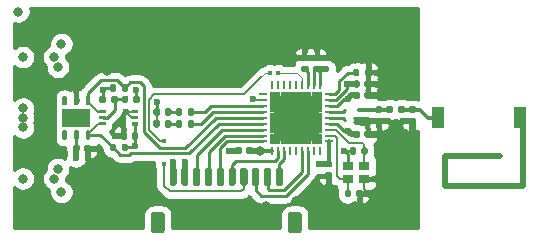
<source format=gbr>
%TF.GenerationSoftware,KiCad,Pcbnew,5.1.9-73d0e3b20d~88~ubuntu20.04.1*%
%TF.CreationDate,2021-03-27T20:59:08+01:00*%
%TF.ProjectId,calvin,63616c76-696e-42e6-9b69-6361645f7063,v1.00*%
%TF.SameCoordinates,Original*%
%TF.FileFunction,Copper,L1,Top*%
%TF.FilePolarity,Positive*%
%FSLAX46Y46*%
G04 Gerber Fmt 4.6, Leading zero omitted, Abs format (unit mm)*
G04 Created by KiCad (PCBNEW 5.1.9-73d0e3b20d~88~ubuntu20.04.1) date 2021-03-27 20:59:08*
%MOMM*%
%LPD*%
G01*
G04 APERTURE LIST*
%TA.AperFunction,EtchedComponent*%
%ADD10C,0.500000*%
%TD*%
%TA.AperFunction,SMDPad,CuDef*%
%ADD11C,0.100000*%
%TD*%
%TA.AperFunction,SMDPad,CuDef*%
%ADD12C,0.320000*%
%TD*%
%TA.AperFunction,SMDPad,CuDef*%
%ADD13R,2.400000X1.500000*%
%TD*%
%TA.AperFunction,SMDPad,CuDef*%
%ADD14R,0.900000X0.800000*%
%TD*%
%TA.AperFunction,SMDPad,CuDef*%
%ADD15R,0.750000X0.280000*%
%TD*%
%TA.AperFunction,SMDPad,CuDef*%
%ADD16R,0.280000X0.750000*%
%TD*%
%TA.AperFunction,ComponentPad*%
%ADD17R,0.880000X0.880000*%
%TD*%
%TA.AperFunction,SMDPad,CuDef*%
%ADD18R,0.880000X0.880000*%
%TD*%
%TA.AperFunction,ViaPad*%
%ADD19C,0.800000*%
%TD*%
%TA.AperFunction,ViaPad*%
%ADD20C,0.600000*%
%TD*%
%TA.AperFunction,ViaPad*%
%ADD21C,0.450000*%
%TD*%
%TA.AperFunction,Conductor*%
%ADD22C,0.330000*%
%TD*%
%TA.AperFunction,Conductor*%
%ADD23C,0.250000*%
%TD*%
%TA.AperFunction,Conductor*%
%ADD24C,0.500000*%
%TD*%
%TA.AperFunction,Conductor*%
%ADD25C,0.300000*%
%TD*%
%TA.AperFunction,Conductor*%
%ADD26C,0.200000*%
%TD*%
%TA.AperFunction,Conductor*%
%ADD27C,0.100000*%
%TD*%
%TA.AperFunction,Conductor*%
%ADD28C,0.254000*%
%TD*%
G04 APERTURE END LIST*
D10*
%TO.C,AE1*%
X167150000Y-103250000D02*
X171750000Y-103250000D01*
X167150000Y-105750000D02*
X167150000Y-103250000D01*
X173750000Y-105750000D02*
X167150000Y-105750000D01*
X173750000Y-100000000D02*
X173750000Y-105750000D01*
%TD*%
%TO.P,J1,MP*%
%TO.N,N/C*%
%TA.AperFunction,SMDPad,CuDef*%
G36*
G01*
X153800000Y-109525001D02*
X153800000Y-108224999D01*
G75*
G02*
X154049999Y-107975000I249999J0D01*
G01*
X154750001Y-107975000D01*
G75*
G02*
X155000000Y-108224999I0J-249999D01*
G01*
X155000000Y-109525001D01*
G75*
G02*
X154750001Y-109775000I-249999J0D01*
G01*
X154049999Y-109775000D01*
G75*
G02*
X153800000Y-109525001I0J249999D01*
G01*
G37*
%TD.AperFunction*%
%TA.AperFunction,SMDPad,CuDef*%
G36*
G01*
X142200000Y-109525001D02*
X142200000Y-108224999D01*
G75*
G02*
X142449999Y-107975000I249999J0D01*
G01*
X143150001Y-107975000D01*
G75*
G02*
X143400000Y-108224999I0J-249999D01*
G01*
X143400000Y-109525001D01*
G75*
G02*
X143150001Y-109775000I-249999J0D01*
G01*
X142449999Y-109775000D01*
G75*
G02*
X142200000Y-109525001I0J249999D01*
G01*
G37*
%TD.AperFunction*%
%TO.P,J1,10*%
%TO.N,P0_6*%
%TA.AperFunction,SMDPad,CuDef*%
G36*
G01*
X152800000Y-105625000D02*
X152800000Y-104375000D01*
G75*
G02*
X152950000Y-104225000I150000J0D01*
G01*
X153250000Y-104225000D01*
G75*
G02*
X153400000Y-104375000I0J-150000D01*
G01*
X153400000Y-105625000D01*
G75*
G02*
X153250000Y-105775000I-150000J0D01*
G01*
X152950000Y-105775000D01*
G75*
G02*
X152800000Y-105625000I0J150000D01*
G01*
G37*
%TD.AperFunction*%
%TO.P,J1,9*%
%TO.N,dbg_data*%
%TA.AperFunction,SMDPad,CuDef*%
G36*
G01*
X151800000Y-105625000D02*
X151800000Y-104375000D01*
G75*
G02*
X151950000Y-104225000I150000J0D01*
G01*
X152250000Y-104225000D01*
G75*
G02*
X152400000Y-104375000I0J-150000D01*
G01*
X152400000Y-105625000D01*
G75*
G02*
X152250000Y-105775000I-150000J0D01*
G01*
X151950000Y-105775000D01*
G75*
G02*
X151800000Y-105625000I0J150000D01*
G01*
G37*
%TD.AperFunction*%
%TO.P,J1,8*%
%TO.N,dbg_clock*%
%TA.AperFunction,SMDPad,CuDef*%
G36*
G01*
X150800000Y-105625000D02*
X150800000Y-104375000D01*
G75*
G02*
X150950000Y-104225000I150000J0D01*
G01*
X151250000Y-104225000D01*
G75*
G02*
X151400000Y-104375000I0J-150000D01*
G01*
X151400000Y-105625000D01*
G75*
G02*
X151250000Y-105775000I-150000J0D01*
G01*
X150950000Y-105775000D01*
G75*
G02*
X150800000Y-105625000I0J150000D01*
G01*
G37*
%TD.AperFunction*%
%TO.P,J1,7*%
%TO.N,dbg_reset*%
%TA.AperFunction,SMDPad,CuDef*%
G36*
G01*
X149800000Y-105625000D02*
X149800000Y-104375000D01*
G75*
G02*
X149950000Y-104225000I150000J0D01*
G01*
X150250000Y-104225000D01*
G75*
G02*
X150400000Y-104375000I0J-150000D01*
G01*
X150400000Y-105625000D01*
G75*
G02*
X150250000Y-105775000I-150000J0D01*
G01*
X149950000Y-105775000D01*
G75*
G02*
X149800000Y-105625000I0J150000D01*
G01*
G37*
%TD.AperFunction*%
%TO.P,J1,6*%
%TO.N,P0_5*%
%TA.AperFunction,SMDPad,CuDef*%
G36*
G01*
X148800000Y-105625000D02*
X148800000Y-104375000D01*
G75*
G02*
X148950000Y-104225000I150000J0D01*
G01*
X149250000Y-104225000D01*
G75*
G02*
X149400000Y-104375000I0J-150000D01*
G01*
X149400000Y-105625000D01*
G75*
G02*
X149250000Y-105775000I-150000J0D01*
G01*
X148950000Y-105775000D01*
G75*
G02*
X148800000Y-105625000I0J150000D01*
G01*
G37*
%TD.AperFunction*%
%TO.P,J1,5*%
%TO.N,P0_4*%
%TA.AperFunction,SMDPad,CuDef*%
G36*
G01*
X147800000Y-105625000D02*
X147800000Y-104375000D01*
G75*
G02*
X147950000Y-104225000I150000J0D01*
G01*
X148250000Y-104225000D01*
G75*
G02*
X148400000Y-104375000I0J-150000D01*
G01*
X148400000Y-105625000D01*
G75*
G02*
X148250000Y-105775000I-150000J0D01*
G01*
X147950000Y-105775000D01*
G75*
G02*
X147800000Y-105625000I0J150000D01*
G01*
G37*
%TD.AperFunction*%
%TO.P,J1,4*%
%TO.N,dbg_tx*%
%TA.AperFunction,SMDPad,CuDef*%
G36*
G01*
X146800000Y-105625000D02*
X146800000Y-104375000D01*
G75*
G02*
X146950000Y-104225000I150000J0D01*
G01*
X147250000Y-104225000D01*
G75*
G02*
X147400000Y-104375000I0J-150000D01*
G01*
X147400000Y-105625000D01*
G75*
G02*
X147250000Y-105775000I-150000J0D01*
G01*
X146950000Y-105775000D01*
G75*
G02*
X146800000Y-105625000I0J150000D01*
G01*
G37*
%TD.AperFunction*%
%TO.P,J1,3*%
%TO.N,dbg_rx*%
%TA.AperFunction,SMDPad,CuDef*%
G36*
G01*
X145800000Y-105625000D02*
X145800000Y-104375000D01*
G75*
G02*
X145950000Y-104225000I150000J0D01*
G01*
X146250000Y-104225000D01*
G75*
G02*
X146400000Y-104375000I0J-150000D01*
G01*
X146400000Y-105625000D01*
G75*
G02*
X146250000Y-105775000I-150000J0D01*
G01*
X145950000Y-105775000D01*
G75*
G02*
X145800000Y-105625000I0J150000D01*
G01*
G37*
%TD.AperFunction*%
%TO.P,J1,2*%
%TO.N,GND*%
%TA.AperFunction,SMDPad,CuDef*%
G36*
G01*
X144800000Y-105625000D02*
X144800000Y-104375000D01*
G75*
G02*
X144950000Y-104225000I150000J0D01*
G01*
X145250000Y-104225000D01*
G75*
G02*
X145400000Y-104375000I0J-150000D01*
G01*
X145400000Y-105625000D01*
G75*
G02*
X145250000Y-105775000I-150000J0D01*
G01*
X144950000Y-105775000D01*
G75*
G02*
X144800000Y-105625000I0J150000D01*
G01*
G37*
%TD.AperFunction*%
%TO.P,J1,1*%
%TO.N,+3V3*%
%TA.AperFunction,SMDPad,CuDef*%
G36*
G01*
X143800000Y-105625000D02*
X143800000Y-104375000D01*
G75*
G02*
X143950000Y-104225000I150000J0D01*
G01*
X144250000Y-104225000D01*
G75*
G02*
X144400000Y-104375000I0J-150000D01*
G01*
X144400000Y-105625000D01*
G75*
G02*
X144250000Y-105775000I-150000J0D01*
G01*
X143950000Y-105775000D01*
G75*
G02*
X143800000Y-105625000I0J150000D01*
G01*
G37*
%TD.AperFunction*%
%TD*%
%TA.AperFunction,SMDPad,CuDef*%
D11*
%TO.P,AE1,2*%
%TO.N,N/C*%
G36*
X173000000Y-100900000D02*
G01*
X173000000Y-99100000D01*
X174000000Y-99100000D01*
X174000000Y-100900000D01*
X173000000Y-100900000D01*
G37*
%TD.AperFunction*%
%TA.AperFunction,SMDPad,CuDef*%
%TO.P,AE1,1*%
%TO.N,Net-(AE1-Pad1)*%
G36*
X166000000Y-100900000D02*
G01*
X166000000Y-99100000D01*
X167000000Y-99100000D01*
X167000000Y-100900000D01*
X166000000Y-100900000D01*
G37*
%TD.AperFunction*%
%TD*%
%TA.AperFunction,SMDPad,CuDef*%
%TO.P,U4,1*%
%TO.N,+3V3*%
G36*
X141150000Y-100350000D02*
G01*
X141150000Y-100650000D01*
X140600000Y-100650000D01*
X140600000Y-100350000D01*
X141150000Y-100350000D01*
G37*
%TD.AperFunction*%
%TA.AperFunction,SMDPad,CuDef*%
%TO.P,U4,6*%
%TO.N,i2c_scl*%
G36*
X138400000Y-100375000D02*
G01*
X138400000Y-100625000D01*
X137850000Y-100625000D01*
X137850000Y-100375000D01*
X138400000Y-100375000D01*
G37*
%TD.AperFunction*%
%TA.AperFunction,SMDPad,CuDef*%
%TO.P,U4,2*%
%TO.N,GND*%
G36*
X141150000Y-99875000D02*
G01*
X141150000Y-100125000D01*
X140600000Y-100125000D01*
X140600000Y-99875000D01*
X141150000Y-99875000D01*
G37*
%TD.AperFunction*%
%TA.AperFunction,SMDPad,CuDef*%
%TO.P,U4,5*%
%TO.N,Net-(C18-Pad2)*%
G36*
X138400000Y-99875000D02*
G01*
X138400000Y-100125000D01*
X137850000Y-100125000D01*
X137850000Y-99875000D01*
X138400000Y-99875000D01*
G37*
%TD.AperFunction*%
%TA.AperFunction,SMDPad,CuDef*%
%TO.P,U4,3*%
%TO.N,GND*%
G36*
X141150000Y-99375000D02*
G01*
X141150000Y-99625000D01*
X140600000Y-99625000D01*
X140600000Y-99375000D01*
X141150000Y-99375000D01*
G37*
%TD.AperFunction*%
%TA.AperFunction,SMDPad,CuDef*%
%TO.P,U4,4*%
%TO.N,i2c_sda*%
G36*
X138400000Y-99375000D02*
G01*
X138400000Y-99625000D01*
X137850000Y-99625000D01*
X137850000Y-99375000D01*
X138400000Y-99375000D01*
G37*
%TD.AperFunction*%
%TD*%
%TO.P,C1,2*%
%TO.N,GND*%
%TA.AperFunction,SMDPad,CuDef*%
G36*
G01*
X157098600Y-104600000D02*
X157438600Y-104600000D01*
G75*
G02*
X157578600Y-104740000I0J-140000D01*
G01*
X157578600Y-105020000D01*
G75*
G02*
X157438600Y-105160000I-140000J0D01*
G01*
X157098600Y-105160000D01*
G75*
G02*
X156958600Y-105020000I0J140000D01*
G01*
X156958600Y-104740000D01*
G75*
G02*
X157098600Y-104600000I140000J0D01*
G01*
G37*
%TD.AperFunction*%
%TO.P,C1,1*%
%TO.N,+3V3*%
%TA.AperFunction,SMDPad,CuDef*%
G36*
G01*
X157098600Y-103640000D02*
X157438600Y-103640000D01*
G75*
G02*
X157578600Y-103780000I0J-140000D01*
G01*
X157578600Y-104060000D01*
G75*
G02*
X157438600Y-104200000I-140000J0D01*
G01*
X157098600Y-104200000D01*
G75*
G02*
X156958600Y-104060000I0J140000D01*
G01*
X156958600Y-103780000D01*
G75*
G02*
X157098600Y-103640000I140000J0D01*
G01*
G37*
%TD.AperFunction*%
%TD*%
%TO.P,C2,2*%
%TO.N,GND*%
%TA.AperFunction,SMDPad,CuDef*%
G36*
G01*
X160300000Y-101570000D02*
X160300000Y-101230000D01*
G75*
G02*
X160440000Y-101090000I140000J0D01*
G01*
X160720000Y-101090000D01*
G75*
G02*
X160860000Y-101230000I0J-140000D01*
G01*
X160860000Y-101570000D01*
G75*
G02*
X160720000Y-101710000I-140000J0D01*
G01*
X160440000Y-101710000D01*
G75*
G02*
X160300000Y-101570000I0J140000D01*
G01*
G37*
%TD.AperFunction*%
%TO.P,C2,1*%
%TO.N,+3V3*%
%TA.AperFunction,SMDPad,CuDef*%
G36*
G01*
X159340000Y-101570000D02*
X159340000Y-101230000D01*
G75*
G02*
X159480000Y-101090000I140000J0D01*
G01*
X159760000Y-101090000D01*
G75*
G02*
X159900000Y-101230000I0J-140000D01*
G01*
X159900000Y-101570000D01*
G75*
G02*
X159760000Y-101710000I-140000J0D01*
G01*
X159480000Y-101710000D01*
G75*
G02*
X159340000Y-101570000I0J140000D01*
G01*
G37*
%TD.AperFunction*%
%TD*%
%TO.P,C3,2*%
%TO.N,GND*%
%TA.AperFunction,SMDPad,CuDef*%
G36*
G01*
X160300000Y-97310000D02*
X160300000Y-96970000D01*
G75*
G02*
X160440000Y-96830000I140000J0D01*
G01*
X160720000Y-96830000D01*
G75*
G02*
X160860000Y-96970000I0J-140000D01*
G01*
X160860000Y-97310000D01*
G75*
G02*
X160720000Y-97450000I-140000J0D01*
G01*
X160440000Y-97450000D01*
G75*
G02*
X160300000Y-97310000I0J140000D01*
G01*
G37*
%TD.AperFunction*%
%TO.P,C3,1*%
%TO.N,+3V3*%
%TA.AperFunction,SMDPad,CuDef*%
G36*
G01*
X159340000Y-97310000D02*
X159340000Y-96970000D01*
G75*
G02*
X159480000Y-96830000I140000J0D01*
G01*
X159760000Y-96830000D01*
G75*
G02*
X159900000Y-96970000I0J-140000D01*
G01*
X159900000Y-97310000D01*
G75*
G02*
X159760000Y-97450000I-140000J0D01*
G01*
X159480000Y-97450000D01*
G75*
G02*
X159340000Y-97310000I0J140000D01*
G01*
G37*
%TD.AperFunction*%
%TD*%
%TO.P,C5,2*%
%TO.N,GND*%
%TA.AperFunction,SMDPad,CuDef*%
G36*
G01*
X160300000Y-98270000D02*
X160300000Y-97930000D01*
G75*
G02*
X160440000Y-97790000I140000J0D01*
G01*
X160720000Y-97790000D01*
G75*
G02*
X160860000Y-97930000I0J-140000D01*
G01*
X160860000Y-98270000D01*
G75*
G02*
X160720000Y-98410000I-140000J0D01*
G01*
X160440000Y-98410000D01*
G75*
G02*
X160300000Y-98270000I0J140000D01*
G01*
G37*
%TD.AperFunction*%
%TO.P,C5,1*%
%TO.N,+3V3*%
%TA.AperFunction,SMDPad,CuDef*%
G36*
G01*
X159340000Y-98270000D02*
X159340000Y-97930000D01*
G75*
G02*
X159480000Y-97790000I140000J0D01*
G01*
X159760000Y-97790000D01*
G75*
G02*
X159900000Y-97930000I0J-140000D01*
G01*
X159900000Y-98270000D01*
G75*
G02*
X159760000Y-98410000I-140000J0D01*
G01*
X159480000Y-98410000D01*
G75*
G02*
X159340000Y-98270000I0J140000D01*
G01*
G37*
%TD.AperFunction*%
%TD*%
%TO.P,C7,2*%
%TO.N,GND*%
%TA.AperFunction,SMDPad,CuDef*%
G36*
G01*
X156400000Y-95200000D02*
X156060000Y-95200000D01*
G75*
G02*
X155920000Y-95060000I0J140000D01*
G01*
X155920000Y-94780000D01*
G75*
G02*
X156060000Y-94640000I140000J0D01*
G01*
X156400000Y-94640000D01*
G75*
G02*
X156540000Y-94780000I0J-140000D01*
G01*
X156540000Y-95060000D01*
G75*
G02*
X156400000Y-95200000I-140000J0D01*
G01*
G37*
%TD.AperFunction*%
%TO.P,C7,1*%
%TO.N,+3V3*%
%TA.AperFunction,SMDPad,CuDef*%
G36*
G01*
X156400000Y-96160000D02*
X156060000Y-96160000D01*
G75*
G02*
X155920000Y-96020000I0J140000D01*
G01*
X155920000Y-95740000D01*
G75*
G02*
X156060000Y-95600000I140000J0D01*
G01*
X156400000Y-95600000D01*
G75*
G02*
X156540000Y-95740000I0J-140000D01*
G01*
X156540000Y-96020000D01*
G75*
G02*
X156400000Y-96160000I-140000J0D01*
G01*
G37*
%TD.AperFunction*%
%TD*%
%TO.P,C9,2*%
%TO.N,GND*%
%TA.AperFunction,SMDPad,CuDef*%
G36*
G01*
X155430000Y-95200000D02*
X155090000Y-95200000D01*
G75*
G02*
X154950000Y-95060000I0J140000D01*
G01*
X154950000Y-94780000D01*
G75*
G02*
X155090000Y-94640000I140000J0D01*
G01*
X155430000Y-94640000D01*
G75*
G02*
X155570000Y-94780000I0J-140000D01*
G01*
X155570000Y-95060000D01*
G75*
G02*
X155430000Y-95200000I-140000J0D01*
G01*
G37*
%TD.AperFunction*%
%TO.P,C9,1*%
%TO.N,Net-(C9-Pad1)*%
%TA.AperFunction,SMDPad,CuDef*%
G36*
G01*
X155430000Y-96160000D02*
X155090000Y-96160000D01*
G75*
G02*
X154950000Y-96020000I0J140000D01*
G01*
X154950000Y-95740000D01*
G75*
G02*
X155090000Y-95600000I140000J0D01*
G01*
X155430000Y-95600000D01*
G75*
G02*
X155570000Y-95740000I0J-140000D01*
G01*
X155570000Y-96020000D01*
G75*
G02*
X155430000Y-96160000I-140000J0D01*
G01*
G37*
%TD.AperFunction*%
%TD*%
%TO.P,C10,2*%
%TO.N,Net-(C10-Pad2)*%
%TA.AperFunction,SMDPad,CuDef*%
G36*
G01*
X159180000Y-106230000D02*
X159180000Y-106570000D01*
G75*
G02*
X159040000Y-106710000I-140000J0D01*
G01*
X158760000Y-106710000D01*
G75*
G02*
X158620000Y-106570000I0J140000D01*
G01*
X158620000Y-106230000D01*
G75*
G02*
X158760000Y-106090000I140000J0D01*
G01*
X159040000Y-106090000D01*
G75*
G02*
X159180000Y-106230000I0J-140000D01*
G01*
G37*
%TD.AperFunction*%
%TO.P,C10,1*%
%TO.N,GND*%
%TA.AperFunction,SMDPad,CuDef*%
G36*
G01*
X160140000Y-106230000D02*
X160140000Y-106570000D01*
G75*
G02*
X160000000Y-106710000I-140000J0D01*
G01*
X159720000Y-106710000D01*
G75*
G02*
X159580000Y-106570000I0J140000D01*
G01*
X159580000Y-106230000D01*
G75*
G02*
X159720000Y-106090000I140000J0D01*
G01*
X160000000Y-106090000D01*
G75*
G02*
X160140000Y-106230000I0J-140000D01*
G01*
G37*
%TD.AperFunction*%
%TD*%
%TO.P,C11,2*%
%TO.N,GND*%
%TA.AperFunction,SMDPad,CuDef*%
G36*
G01*
X159620000Y-102630000D02*
X159620000Y-102970000D01*
G75*
G02*
X159480000Y-103110000I-140000J0D01*
G01*
X159200000Y-103110000D01*
G75*
G02*
X159060000Y-102970000I0J140000D01*
G01*
X159060000Y-102630000D01*
G75*
G02*
X159200000Y-102490000I140000J0D01*
G01*
X159480000Y-102490000D01*
G75*
G02*
X159620000Y-102630000I0J-140000D01*
G01*
G37*
%TD.AperFunction*%
%TO.P,C11,1*%
%TO.N,Net-(C11-Pad1)*%
%TA.AperFunction,SMDPad,CuDef*%
G36*
G01*
X160580000Y-102630000D02*
X160580000Y-102970000D01*
G75*
G02*
X160440000Y-103110000I-140000J0D01*
G01*
X160160000Y-103110000D01*
G75*
G02*
X160020000Y-102970000I0J140000D01*
G01*
X160020000Y-102630000D01*
G75*
G02*
X160160000Y-102490000I140000J0D01*
G01*
X160440000Y-102490000D01*
G75*
G02*
X160580000Y-102630000I0J-140000D01*
G01*
G37*
%TD.AperFunction*%
%TD*%
%TO.P,C12,2*%
%TO.N,GND*%
%TA.AperFunction,SMDPad,CuDef*%
G36*
G01*
X149900000Y-102598600D02*
X149900000Y-102938600D01*
G75*
G02*
X149760000Y-103078600I-140000J0D01*
G01*
X149480000Y-103078600D01*
G75*
G02*
X149340000Y-102938600I0J140000D01*
G01*
X149340000Y-102598600D01*
G75*
G02*
X149480000Y-102458600I140000J0D01*
G01*
X149760000Y-102458600D01*
G75*
G02*
X149900000Y-102598600I0J-140000D01*
G01*
G37*
%TD.AperFunction*%
%TO.P,C12,1*%
%TO.N,+3V3*%
%TA.AperFunction,SMDPad,CuDef*%
G36*
G01*
X150860000Y-102598600D02*
X150860000Y-102938600D01*
G75*
G02*
X150720000Y-103078600I-140000J0D01*
G01*
X150440000Y-103078600D01*
G75*
G02*
X150300000Y-102938600I0J140000D01*
G01*
X150300000Y-102598600D01*
G75*
G02*
X150440000Y-102458600I140000J0D01*
G01*
X150720000Y-102458600D01*
G75*
G02*
X150860000Y-102598600I0J-140000D01*
G01*
G37*
%TD.AperFunction*%
%TD*%
%TO.P,R1,2*%
%TO.N,GND*%
%TA.AperFunction,SMDPad,CuDef*%
G36*
G01*
X160340000Y-96355000D02*
X160340000Y-95985000D01*
G75*
G02*
X160475000Y-95850000I135000J0D01*
G01*
X160745000Y-95850000D01*
G75*
G02*
X160880000Y-95985000I0J-135000D01*
G01*
X160880000Y-96355000D01*
G75*
G02*
X160745000Y-96490000I-135000J0D01*
G01*
X160475000Y-96490000D01*
G75*
G02*
X160340000Y-96355000I0J135000D01*
G01*
G37*
%TD.AperFunction*%
%TO.P,R1,1*%
%TO.N,Net-(R1-Pad1)*%
%TA.AperFunction,SMDPad,CuDef*%
G36*
G01*
X159320000Y-96355000D02*
X159320000Y-95985000D01*
G75*
G02*
X159455000Y-95850000I135000J0D01*
G01*
X159725000Y-95850000D01*
G75*
G02*
X159860000Y-95985000I0J-135000D01*
G01*
X159860000Y-96355000D01*
G75*
G02*
X159725000Y-96490000I-135000J0D01*
G01*
X159455000Y-96490000D01*
G75*
G02*
X159320000Y-96355000I0J135000D01*
G01*
G37*
%TD.AperFunction*%
%TD*%
D12*
%TO.P,U1,2*%
%TO.N,Net-(U1-Pad2)*%
X158668600Y-99300000D03*
%TO.P,U1,1*%
%TO.N,Net-(C20-Pad1)*%
X159868600Y-99300000D03*
%TO.P,U1,4*%
%TO.N,GND*%
X159868600Y-100200000D03*
%TO.P,U1,3*%
%TO.N,Net-(U1-Pad3)*%
X158668600Y-100200000D03*
%TD*%
%TO.P,D1,2*%
%TO.N,Net-(D1-Pad2)*%
%TA.AperFunction,SMDPad,CuDef*%
G36*
G01*
X143390000Y-100672500D02*
X143390000Y-100327500D01*
G75*
G02*
X143537500Y-100180000I147500J0D01*
G01*
X143832500Y-100180000D01*
G75*
G02*
X143980000Y-100327500I0J-147500D01*
G01*
X143980000Y-100672500D01*
G75*
G02*
X143832500Y-100820000I-147500J0D01*
G01*
X143537500Y-100820000D01*
G75*
G02*
X143390000Y-100672500I0J147500D01*
G01*
G37*
%TD.AperFunction*%
%TO.P,D1,1*%
%TO.N,GND*%
%TA.AperFunction,SMDPad,CuDef*%
G36*
G01*
X142420000Y-100672500D02*
X142420000Y-100327500D01*
G75*
G02*
X142567500Y-100180000I147500J0D01*
G01*
X142862500Y-100180000D01*
G75*
G02*
X143010000Y-100327500I0J-147500D01*
G01*
X143010000Y-100672500D01*
G75*
G02*
X142862500Y-100820000I-147500J0D01*
G01*
X142567500Y-100820000D01*
G75*
G02*
X142420000Y-100672500I0J147500D01*
G01*
G37*
%TD.AperFunction*%
%TD*%
%TO.P,D2,2*%
%TO.N,Net-(D2-Pad2)*%
%TA.AperFunction,SMDPad,CuDef*%
G36*
G01*
X143390000Y-99672500D02*
X143390000Y-99327500D01*
G75*
G02*
X143537500Y-99180000I147500J0D01*
G01*
X143832500Y-99180000D01*
G75*
G02*
X143980000Y-99327500I0J-147500D01*
G01*
X143980000Y-99672500D01*
G75*
G02*
X143832500Y-99820000I-147500J0D01*
G01*
X143537500Y-99820000D01*
G75*
G02*
X143390000Y-99672500I0J147500D01*
G01*
G37*
%TD.AperFunction*%
%TO.P,D2,1*%
%TO.N,GND*%
%TA.AperFunction,SMDPad,CuDef*%
G36*
G01*
X142420000Y-99672500D02*
X142420000Y-99327500D01*
G75*
G02*
X142567500Y-99180000I147500J0D01*
G01*
X142862500Y-99180000D01*
G75*
G02*
X143010000Y-99327500I0J-147500D01*
G01*
X143010000Y-99672500D01*
G75*
G02*
X142862500Y-99820000I-147500J0D01*
G01*
X142567500Y-99820000D01*
G75*
G02*
X142420000Y-99672500I0J147500D01*
G01*
G37*
%TD.AperFunction*%
%TD*%
%TO.P,C16,2*%
%TO.N,+3V3*%
%TA.AperFunction,SMDPad,CuDef*%
G36*
G01*
X136180000Y-102410000D02*
X136180000Y-102750000D01*
G75*
G02*
X136040000Y-102890000I-140000J0D01*
G01*
X135760000Y-102890000D01*
G75*
G02*
X135620000Y-102750000I0J140000D01*
G01*
X135620000Y-102410000D01*
G75*
G02*
X135760000Y-102270000I140000J0D01*
G01*
X136040000Y-102270000D01*
G75*
G02*
X136180000Y-102410000I0J-140000D01*
G01*
G37*
%TD.AperFunction*%
%TO.P,C16,1*%
%TO.N,GND*%
%TA.AperFunction,SMDPad,CuDef*%
G36*
G01*
X137140000Y-102410000D02*
X137140000Y-102750000D01*
G75*
G02*
X137000000Y-102890000I-140000J0D01*
G01*
X136720000Y-102890000D01*
G75*
G02*
X136580000Y-102750000I0J140000D01*
G01*
X136580000Y-102410000D01*
G75*
G02*
X136720000Y-102270000I140000J0D01*
G01*
X137000000Y-102270000D01*
G75*
G02*
X137140000Y-102410000I0J-140000D01*
G01*
G37*
%TD.AperFunction*%
%TD*%
%TO.P,R2,2*%
%TO.N,Net-(D1-Pad2)*%
%TA.AperFunction,SMDPad,CuDef*%
G36*
G01*
X144870000Y-100315000D02*
X144870000Y-100685000D01*
G75*
G02*
X144735000Y-100820000I-135000J0D01*
G01*
X144465000Y-100820000D01*
G75*
G02*
X144330000Y-100685000I0J135000D01*
G01*
X144330000Y-100315000D01*
G75*
G02*
X144465000Y-100180000I135000J0D01*
G01*
X144735000Y-100180000D01*
G75*
G02*
X144870000Y-100315000I0J-135000D01*
G01*
G37*
%TD.AperFunction*%
%TO.P,R2,1*%
%TO.N,led0*%
%TA.AperFunction,SMDPad,CuDef*%
G36*
G01*
X145890000Y-100315000D02*
X145890000Y-100685000D01*
G75*
G02*
X145755000Y-100820000I-135000J0D01*
G01*
X145485000Y-100820000D01*
G75*
G02*
X145350000Y-100685000I0J135000D01*
G01*
X145350000Y-100315000D01*
G75*
G02*
X145485000Y-100180000I135000J0D01*
G01*
X145755000Y-100180000D01*
G75*
G02*
X145890000Y-100315000I0J-135000D01*
G01*
G37*
%TD.AperFunction*%
%TD*%
%TO.P,R3,2*%
%TO.N,Net-(D2-Pad2)*%
%TA.AperFunction,SMDPad,CuDef*%
G36*
G01*
X144870000Y-99315000D02*
X144870000Y-99685000D01*
G75*
G02*
X144735000Y-99820000I-135000J0D01*
G01*
X144465000Y-99820000D01*
G75*
G02*
X144330000Y-99685000I0J135000D01*
G01*
X144330000Y-99315000D01*
G75*
G02*
X144465000Y-99180000I135000J0D01*
G01*
X144735000Y-99180000D01*
G75*
G02*
X144870000Y-99315000I0J-135000D01*
G01*
G37*
%TD.AperFunction*%
%TO.P,R3,1*%
%TO.N,led1*%
%TA.AperFunction,SMDPad,CuDef*%
G36*
G01*
X145890000Y-99315000D02*
X145890000Y-99685000D01*
G75*
G02*
X145755000Y-99820000I-135000J0D01*
G01*
X145485000Y-99820000D01*
G75*
G02*
X145350000Y-99685000I0J135000D01*
G01*
X145350000Y-99315000D01*
G75*
G02*
X145485000Y-99180000I135000J0D01*
G01*
X145755000Y-99180000D01*
G75*
G02*
X145890000Y-99315000I0J-135000D01*
G01*
G37*
%TD.AperFunction*%
%TD*%
%TO.P,R4,2*%
%TO.N,+3V3*%
%TA.AperFunction,SMDPad,CuDef*%
G36*
G01*
X139740000Y-102685000D02*
X139740000Y-102315000D01*
G75*
G02*
X139875000Y-102180000I135000J0D01*
G01*
X140145000Y-102180000D01*
G75*
G02*
X140280000Y-102315000I0J-135000D01*
G01*
X140280000Y-102685000D01*
G75*
G02*
X140145000Y-102820000I-135000J0D01*
G01*
X139875000Y-102820000D01*
G75*
G02*
X139740000Y-102685000I0J135000D01*
G01*
G37*
%TD.AperFunction*%
%TO.P,R4,1*%
%TO.N,i2c_scl*%
%TA.AperFunction,SMDPad,CuDef*%
G36*
G01*
X138720000Y-102685000D02*
X138720000Y-102315000D01*
G75*
G02*
X138855000Y-102180000I135000J0D01*
G01*
X139125000Y-102180000D01*
G75*
G02*
X139260000Y-102315000I0J-135000D01*
G01*
X139260000Y-102685000D01*
G75*
G02*
X139125000Y-102820000I-135000J0D01*
G01*
X138855000Y-102820000D01*
G75*
G02*
X138720000Y-102685000I0J135000D01*
G01*
G37*
%TD.AperFunction*%
%TD*%
%TO.P,R5,2*%
%TO.N,i2c_sda*%
%TA.AperFunction,SMDPad,CuDef*%
G36*
G01*
X139740000Y-97655000D02*
X139740000Y-97285000D01*
G75*
G02*
X139875000Y-97150000I135000J0D01*
G01*
X140145000Y-97150000D01*
G75*
G02*
X140280000Y-97285000I0J-135000D01*
G01*
X140280000Y-97655000D01*
G75*
G02*
X140145000Y-97790000I-135000J0D01*
G01*
X139875000Y-97790000D01*
G75*
G02*
X139740000Y-97655000I0J135000D01*
G01*
G37*
%TD.AperFunction*%
%TO.P,R5,1*%
%TO.N,+3V3*%
%TA.AperFunction,SMDPad,CuDef*%
G36*
G01*
X138720000Y-97655000D02*
X138720000Y-97285000D01*
G75*
G02*
X138855000Y-97150000I135000J0D01*
G01*
X139125000Y-97150000D01*
G75*
G02*
X139260000Y-97285000I0J-135000D01*
G01*
X139260000Y-97655000D01*
G75*
G02*
X139125000Y-97790000I-135000J0D01*
G01*
X138855000Y-97790000D01*
G75*
G02*
X138720000Y-97655000I0J135000D01*
G01*
G37*
%TD.AperFunction*%
%TD*%
D13*
%TO.P,U3,7*%
%TO.N,N/C*%
X135900000Y-100000000D03*
%TO.P,U3,6*%
%TO.N,i2c_scl*%
%TA.AperFunction,SMDPad,CuDef*%
G36*
G01*
X136800000Y-101050000D02*
X137000000Y-101050000D01*
G75*
G02*
X137100000Y-101150000I0J-100000D01*
G01*
X137100000Y-101750000D01*
G75*
G02*
X137000000Y-101850000I-100000J0D01*
G01*
X136800000Y-101850000D01*
G75*
G02*
X136700000Y-101750000I0J100000D01*
G01*
X136700000Y-101150000D01*
G75*
G02*
X136800000Y-101050000I100000J0D01*
G01*
G37*
%TD.AperFunction*%
%TO.P,U3,5*%
%TO.N,+3V3*%
%TA.AperFunction,SMDPad,CuDef*%
G36*
G01*
X135800000Y-101050000D02*
X136000000Y-101050000D01*
G75*
G02*
X136100000Y-101150000I0J-100000D01*
G01*
X136100000Y-101750000D01*
G75*
G02*
X136000000Y-101850000I-100000J0D01*
G01*
X135800000Y-101850000D01*
G75*
G02*
X135700000Y-101750000I0J100000D01*
G01*
X135700000Y-101150000D01*
G75*
G02*
X135800000Y-101050000I100000J0D01*
G01*
G37*
%TD.AperFunction*%
%TO.P,U3,4*%
%TO.N,N/C*%
%TA.AperFunction,SMDPad,CuDef*%
G36*
G01*
X134800000Y-101050000D02*
X135000000Y-101050000D01*
G75*
G02*
X135100000Y-101150000I0J-100000D01*
G01*
X135100000Y-101750000D01*
G75*
G02*
X135000000Y-101850000I-100000J0D01*
G01*
X134800000Y-101850000D01*
G75*
G02*
X134700000Y-101750000I0J100000D01*
G01*
X134700000Y-101150000D01*
G75*
G02*
X134800000Y-101050000I100000J0D01*
G01*
G37*
%TD.AperFunction*%
%TO.P,U3,3*%
%TA.AperFunction,SMDPad,CuDef*%
G36*
G01*
X134800000Y-98150000D02*
X135000000Y-98150000D01*
G75*
G02*
X135100000Y-98250000I0J-100000D01*
G01*
X135100000Y-98850000D01*
G75*
G02*
X135000000Y-98950000I-100000J0D01*
G01*
X134800000Y-98950000D01*
G75*
G02*
X134700000Y-98850000I0J100000D01*
G01*
X134700000Y-98250000D01*
G75*
G02*
X134800000Y-98150000I100000J0D01*
G01*
G37*
%TD.AperFunction*%
%TO.P,U3,2*%
%TO.N,GND*%
%TA.AperFunction,SMDPad,CuDef*%
G36*
G01*
X135800000Y-98150000D02*
X136000000Y-98150000D01*
G75*
G02*
X136100000Y-98250000I0J-100000D01*
G01*
X136100000Y-98850000D01*
G75*
G02*
X136000000Y-98950000I-100000J0D01*
G01*
X135800000Y-98950000D01*
G75*
G02*
X135700000Y-98850000I0J100000D01*
G01*
X135700000Y-98250000D01*
G75*
G02*
X135800000Y-98150000I100000J0D01*
G01*
G37*
%TD.AperFunction*%
%TO.P,U3,1*%
%TO.N,i2c_sda*%
%TA.AperFunction,SMDPad,CuDef*%
G36*
G01*
X136800000Y-98150000D02*
X137000000Y-98150000D01*
G75*
G02*
X137100000Y-98250000I0J-100000D01*
G01*
X137100000Y-98850000D01*
G75*
G02*
X137000000Y-98950000I-100000J0D01*
G01*
X136800000Y-98950000D01*
G75*
G02*
X136700000Y-98850000I0J100000D01*
G01*
X136700000Y-98250000D01*
G75*
G02*
X136800000Y-98150000I100000J0D01*
G01*
G37*
%TD.AperFunction*%
%TD*%
%TO.P,C17,2*%
%TO.N,+3V3*%
%TA.AperFunction,SMDPad,CuDef*%
G36*
G01*
X140600000Y-101710000D02*
X140600000Y-101370000D01*
G75*
G02*
X140740000Y-101230000I140000J0D01*
G01*
X141020000Y-101230000D01*
G75*
G02*
X141160000Y-101370000I0J-140000D01*
G01*
X141160000Y-101710000D01*
G75*
G02*
X141020000Y-101850000I-140000J0D01*
G01*
X140740000Y-101850000D01*
G75*
G02*
X140600000Y-101710000I0J140000D01*
G01*
G37*
%TD.AperFunction*%
%TO.P,C17,1*%
%TO.N,GND*%
%TA.AperFunction,SMDPad,CuDef*%
G36*
G01*
X139640000Y-101710000D02*
X139640000Y-101370000D01*
G75*
G02*
X139780000Y-101230000I140000J0D01*
G01*
X140060000Y-101230000D01*
G75*
G02*
X140200000Y-101370000I0J-140000D01*
G01*
X140200000Y-101710000D01*
G75*
G02*
X140060000Y-101850000I-140000J0D01*
G01*
X139780000Y-101850000D01*
G75*
G02*
X139640000Y-101710000I0J140000D01*
G01*
G37*
%TD.AperFunction*%
%TD*%
%TO.P,C18,2*%
%TO.N,Net-(C18-Pad2)*%
%TA.AperFunction,SMDPad,CuDef*%
G36*
G01*
X140320000Y-98270000D02*
X140320000Y-98610000D01*
G75*
G02*
X140180000Y-98750000I-140000J0D01*
G01*
X139900000Y-98750000D01*
G75*
G02*
X139760000Y-98610000I0J140000D01*
G01*
X139760000Y-98270000D01*
G75*
G02*
X139900000Y-98130000I140000J0D01*
G01*
X140180000Y-98130000D01*
G75*
G02*
X140320000Y-98270000I0J-140000D01*
G01*
G37*
%TD.AperFunction*%
%TO.P,C18,1*%
%TO.N,GND*%
%TA.AperFunction,SMDPad,CuDef*%
G36*
G01*
X141280000Y-98270000D02*
X141280000Y-98610000D01*
G75*
G02*
X141140000Y-98750000I-140000J0D01*
G01*
X140860000Y-98750000D01*
G75*
G02*
X140720000Y-98610000I0J140000D01*
G01*
X140720000Y-98270000D01*
G75*
G02*
X140860000Y-98130000I140000J0D01*
G01*
X141140000Y-98130000D01*
G75*
G02*
X141280000Y-98270000I0J-140000D01*
G01*
G37*
%TD.AperFunction*%
%TD*%
%TO.P,R6,2*%
%TO.N,Net-(C18-Pad2)*%
%TA.AperFunction,SMDPad,CuDef*%
G36*
G01*
X138880000Y-98625000D02*
X138880000Y-98255000D01*
G75*
G02*
X139015000Y-98120000I135000J0D01*
G01*
X139285000Y-98120000D01*
G75*
G02*
X139420000Y-98255000I0J-135000D01*
G01*
X139420000Y-98625000D01*
G75*
G02*
X139285000Y-98760000I-135000J0D01*
G01*
X139015000Y-98760000D01*
G75*
G02*
X138880000Y-98625000I0J135000D01*
G01*
G37*
%TD.AperFunction*%
%TO.P,R6,1*%
%TO.N,+3V3*%
%TA.AperFunction,SMDPad,CuDef*%
G36*
G01*
X137860000Y-98625000D02*
X137860000Y-98255000D01*
G75*
G02*
X137995000Y-98120000I135000J0D01*
G01*
X138265000Y-98120000D01*
G75*
G02*
X138400000Y-98255000I0J-135000D01*
G01*
X138400000Y-98625000D01*
G75*
G02*
X138265000Y-98760000I-135000J0D01*
G01*
X137995000Y-98760000D01*
G75*
G02*
X137860000Y-98625000I0J135000D01*
G01*
G37*
%TD.AperFunction*%
%TD*%
D14*
%TO.P,Y1,1*%
%TO.N,Net-(C10-Pad2)*%
X158900000Y-105150000D03*
%TO.P,Y1,2*%
%TO.N,GND*%
X160300000Y-105150000D03*
%TO.P,Y1,3*%
%TO.N,Net-(C11-Pad1)*%
X160300000Y-104050000D03*
%TO.P,Y1,4*%
%TO.N,GND*%
X158900000Y-104050000D03*
%TD*%
%TO.P,C19,2*%
%TO.N,Net-(AE1-Pad1)*%
%TA.AperFunction,SMDPad,CuDef*%
G36*
G01*
X164530000Y-99580000D02*
X164190000Y-99580000D01*
G75*
G02*
X164050000Y-99440000I0J140000D01*
G01*
X164050000Y-99160000D01*
G75*
G02*
X164190000Y-99020000I140000J0D01*
G01*
X164530000Y-99020000D01*
G75*
G02*
X164670000Y-99160000I0J-140000D01*
G01*
X164670000Y-99440000D01*
G75*
G02*
X164530000Y-99580000I-140000J0D01*
G01*
G37*
%TD.AperFunction*%
%TO.P,C19,1*%
%TO.N,GND*%
%TA.AperFunction,SMDPad,CuDef*%
G36*
G01*
X164530000Y-100540000D02*
X164190000Y-100540000D01*
G75*
G02*
X164050000Y-100400000I0J140000D01*
G01*
X164050000Y-100120000D01*
G75*
G02*
X164190000Y-99980000I140000J0D01*
G01*
X164530000Y-99980000D01*
G75*
G02*
X164670000Y-100120000I0J-140000D01*
G01*
X164670000Y-100400000D01*
G75*
G02*
X164530000Y-100540000I-140000J0D01*
G01*
G37*
%TD.AperFunction*%
%TD*%
%TO.P,C20,1*%
%TO.N,Net-(C20-Pad1)*%
%TA.AperFunction,SMDPad,CuDef*%
G36*
G01*
X161350000Y-99020000D02*
X161690000Y-99020000D01*
G75*
G02*
X161830000Y-99160000I0J-140000D01*
G01*
X161830000Y-99440000D01*
G75*
G02*
X161690000Y-99580000I-140000J0D01*
G01*
X161350000Y-99580000D01*
G75*
G02*
X161210000Y-99440000I0J140000D01*
G01*
X161210000Y-99160000D01*
G75*
G02*
X161350000Y-99020000I140000J0D01*
G01*
G37*
%TD.AperFunction*%
%TO.P,C20,2*%
%TO.N,GND*%
%TA.AperFunction,SMDPad,CuDef*%
G36*
G01*
X161350000Y-99980000D02*
X161690000Y-99980000D01*
G75*
G02*
X161830000Y-100120000I0J-140000D01*
G01*
X161830000Y-100400000D01*
G75*
G02*
X161690000Y-100540000I-140000J0D01*
G01*
X161350000Y-100540000D01*
G75*
G02*
X161210000Y-100400000I0J140000D01*
G01*
X161210000Y-100120000D01*
G75*
G02*
X161350000Y-99980000I140000J0D01*
G01*
G37*
%TD.AperFunction*%
%TD*%
%TO.P,L1,1*%
%TO.N,Net-(AE1-Pad1)*%
%TA.AperFunction,SMDPad,CuDef*%
G36*
G01*
X163720000Y-99127500D02*
X163720000Y-99472500D01*
G75*
G02*
X163572500Y-99620000I-147500J0D01*
G01*
X163277500Y-99620000D01*
G75*
G02*
X163130000Y-99472500I0J147500D01*
G01*
X163130000Y-99127500D01*
G75*
G02*
X163277500Y-98980000I147500J0D01*
G01*
X163572500Y-98980000D01*
G75*
G02*
X163720000Y-99127500I0J-147500D01*
G01*
G37*
%TD.AperFunction*%
%TO.P,L1,2*%
%TO.N,Net-(C20-Pad1)*%
%TA.AperFunction,SMDPad,CuDef*%
G36*
G01*
X162750000Y-99127500D02*
X162750000Y-99472500D01*
G75*
G02*
X162602500Y-99620000I-147500J0D01*
G01*
X162307500Y-99620000D01*
G75*
G02*
X162160000Y-99472500I0J147500D01*
G01*
X162160000Y-99127500D01*
G75*
G02*
X162307500Y-98980000I147500J0D01*
G01*
X162602500Y-98980000D01*
G75*
G02*
X162750000Y-99127500I0J-147500D01*
G01*
G37*
%TD.AperFunction*%
%TD*%
D15*
%TO.P,U2,1*%
%TO.N,N/C*%
X151725000Y-98000000D03*
%TO.P,U2,2*%
%TO.N,+3V3*%
X151725000Y-98500000D03*
%TO.P,U2,3*%
%TO.N,led1*%
X151725000Y-99000000D03*
%TO.P,U2,4*%
%TO.N,led0*%
X151725000Y-99500000D03*
%TO.P,U2,5*%
%TO.N,i2c_sda*%
X151725000Y-100000000D03*
%TO.P,U2,6*%
%TO.N,i2c_scl*%
X151725000Y-100500000D03*
%TO.P,U2,7*%
%TO.N,dbg_rx*%
X151725000Y-101000000D03*
%TO.P,U2,8*%
%TO.N,dbg_tx*%
X151725000Y-101500000D03*
%TO.P,U2,9*%
%TO.N,P0_4*%
X151725000Y-102000000D03*
D16*
%TO.P,U2,10*%
%TO.N,+3V3*%
X152500000Y-102775000D03*
%TO.P,U2,11*%
%TO.N,P0_5*%
X153000000Y-102775000D03*
%TO.P,U2,12*%
%TO.N,P0_6*%
X153500000Y-102775000D03*
%TO.P,U2,13*%
%TO.N,N/C*%
X154000000Y-102775000D03*
%TO.P,U2,14*%
X154500000Y-102775000D03*
%TO.P,U2,15*%
%TO.N,dbg_data*%
X155000000Y-102775000D03*
%TO.P,U2,16*%
%TO.N,dbg_clock*%
X155500000Y-102775000D03*
%TO.P,U2,17*%
%TO.N,N/C*%
X156000000Y-102775000D03*
%TO.P,U2,18*%
X156500000Y-102775000D03*
D15*
%TO.P,U2,19*%
%TO.N,+3V3*%
X157275000Y-102000000D03*
%TO.P,U2,20*%
%TO.N,Net-(C10-Pad2)*%
X157275000Y-101500000D03*
%TO.P,U2,21*%
%TO.N,Net-(C11-Pad1)*%
X157275000Y-101000000D03*
%TO.P,U2,22*%
%TO.N,+3V3*%
X157275000Y-100500000D03*
%TO.P,U2,23*%
%TO.N,Net-(U1-Pad3)*%
X157275000Y-100000000D03*
%TO.P,U2,24*%
%TO.N,Net-(U1-Pad2)*%
X157275000Y-99500000D03*
%TO.P,U2,25*%
%TO.N,+3V3*%
X157275000Y-99000000D03*
%TO.P,U2,26*%
X157275000Y-98500000D03*
%TO.P,U2,27*%
%TO.N,Net-(R1-Pad1)*%
X157275000Y-98000000D03*
D16*
%TO.P,U2,28*%
%TO.N,+3V3*%
X156500000Y-97225000D03*
%TO.P,U2,29*%
X156000000Y-97225000D03*
%TO.P,U2,30*%
%TO.N,Net-(C9-Pad1)*%
X155500000Y-97225000D03*
%TO.P,U2,31*%
%TO.N,dbg_reset*%
X155000000Y-97225000D03*
%TO.P,U2,32*%
%TO.N,N/C*%
X154500000Y-97225000D03*
%TO.P,U2,33*%
X154000000Y-97225000D03*
%TO.P,U2,34*%
X153500000Y-97225000D03*
%TO.P,U2,35*%
X153000000Y-97225000D03*
%TO.P,U2,36*%
X152500000Y-97225000D03*
D17*
%TO.P,U2,37*%
%TO.N,GND*%
X156260000Y-101760000D03*
X154500000Y-98240000D03*
X155380000Y-98240000D03*
X156260000Y-98240000D03*
D18*
X154500000Y-99120000D03*
X155380000Y-99120000D03*
D17*
X156260000Y-99120000D03*
X156260000Y-100000000D03*
X154500000Y-100000000D03*
D18*
X154500000Y-100880000D03*
D17*
X154500000Y-101760000D03*
D18*
X155380000Y-100000000D03*
%TA.AperFunction,SMDPad,CuDef*%
D11*
G36*
X154940000Y-101320000D02*
G01*
X154940000Y-100440000D01*
X155820000Y-100440000D01*
X155820000Y-101320000D01*
X154940000Y-101320000D01*
G37*
%TD.AperFunction*%
D17*
X155380000Y-101760000D03*
X156260000Y-100880000D03*
X152740000Y-98240000D03*
D18*
X153620000Y-100000000D03*
X153620000Y-100880000D03*
D17*
X153620000Y-101760000D03*
X152740000Y-100000000D03*
X152740000Y-100880000D03*
X152740000Y-101760000D03*
X153620000Y-98240000D03*
D18*
X153620000Y-99120000D03*
D17*
X152740000Y-99120000D03*
%TD*%
D19*
%TO.N,*%
X131000000Y-91000000D03*
D20*
%TO.N,+3V3*%
X158900000Y-101100000D03*
X158900000Y-98400000D03*
X158840000Y-97140000D03*
X157040000Y-95880000D03*
D19*
X134650000Y-93730000D03*
X134030000Y-94850000D03*
X134020000Y-105150000D03*
X134650000Y-106280000D03*
X131380000Y-105150000D03*
X131380000Y-94850000D03*
X151470000Y-102768600D03*
D20*
X135900000Y-103390000D03*
X156460000Y-103920000D03*
D19*
X131400000Y-100800000D03*
X131400000Y-100000000D03*
X131400000Y-99200000D03*
X134350000Y-104319994D03*
X134350000Y-95680004D03*
D20*
X138130000Y-97620000D03*
X140880000Y-102350000D03*
X150855117Y-98370010D03*
X144100000Y-103719994D03*
%TO.N,GND*%
X160640000Y-106400000D03*
X161360000Y-98100000D03*
X161360000Y-97140000D03*
X161380000Y-96170000D03*
X157040000Y-94920000D03*
X154450000Y-94920000D03*
X157270000Y-105660000D03*
D19*
X132700000Y-91850000D03*
X131350000Y-97000000D03*
X131350000Y-103000000D03*
X132700000Y-108150000D03*
X136550000Y-106280000D03*
X131380000Y-107050000D03*
X131380000Y-92950000D03*
X136550000Y-93720000D03*
D20*
X148840000Y-102770000D03*
X136860000Y-103390000D03*
X158600000Y-102790000D03*
X135910000Y-97650000D03*
X141000000Y-97630000D03*
X140100000Y-99510000D03*
X139140012Y-101540000D03*
X142710000Y-98680000D03*
X145100000Y-103730004D03*
X163550000Y-100260000D03*
X164360000Y-101040000D03*
X162330000Y-100260000D03*
X160530000Y-100200000D03*
X161360020Y-101400000D03*
D19*
X132500000Y-91000000D03*
X134000000Y-91000000D03*
X135500000Y-91000000D03*
X137000000Y-91000000D03*
X138500000Y-91000000D03*
X140000000Y-91000000D03*
X141500000Y-91000000D03*
X143000000Y-91000000D03*
X144500000Y-91000000D03*
X146000000Y-91000000D03*
X147500000Y-91000000D03*
X149000000Y-91000000D03*
X150500000Y-91000000D03*
X152000000Y-91000000D03*
X153500000Y-91000000D03*
X155000000Y-91000000D03*
X156500000Y-91000000D03*
X158000000Y-91000000D03*
X159500000Y-91000000D03*
X161000000Y-91000000D03*
X162500000Y-91000000D03*
X164000000Y-91000000D03*
X164500000Y-92000000D03*
X164500000Y-93500000D03*
X164500000Y-95000000D03*
X164500000Y-96500000D03*
X164500000Y-98000000D03*
X163500000Y-98000000D03*
X162500000Y-98000000D03*
X164000000Y-107500000D03*
X164500000Y-106500000D03*
X164500000Y-105000000D03*
X164500000Y-103500000D03*
X164500000Y-102000000D03*
X161000000Y-109000000D03*
X159500000Y-109000000D03*
X158000000Y-109000000D03*
X156500000Y-109000000D03*
X152000000Y-109000000D03*
X150500000Y-109000000D03*
X149000000Y-109000000D03*
X147500000Y-109000000D03*
X146000000Y-109000000D03*
X144500000Y-109000000D03*
X154500000Y-107000000D03*
X140000000Y-109000000D03*
X138500000Y-109000000D03*
X137000000Y-109000000D03*
X135500000Y-109000000D03*
X134000000Y-109000000D03*
X132500000Y-109000000D03*
X131000000Y-109000000D03*
X138000000Y-103500000D03*
X139000000Y-104000000D03*
X142000000Y-104500000D03*
X140500000Y-104500000D03*
X142000000Y-106000000D03*
X143000000Y-107000000D03*
X144500000Y-107500000D03*
X146000000Y-107500000D03*
X147500000Y-107500000D03*
X149000000Y-107500000D03*
X150500000Y-107500000D03*
X152000000Y-107500000D03*
X156000000Y-106000000D03*
X158000000Y-107500000D03*
X159500000Y-107500000D03*
X161000000Y-107500000D03*
X162000000Y-106000000D03*
X162000000Y-104500000D03*
X162000000Y-103000000D03*
X162500000Y-101500000D03*
X160500000Y-95000000D03*
X159500000Y-95000000D03*
X158000000Y-95000000D03*
X153500000Y-95000000D03*
X152000000Y-95000000D03*
X150500000Y-96000000D03*
X149000000Y-97000000D03*
X147500000Y-97000000D03*
X146000000Y-97000000D03*
X144500000Y-97000000D03*
X143000000Y-97000000D03*
X141500000Y-96000000D03*
X140000000Y-96000000D03*
X138500000Y-96000000D03*
X137000000Y-96500000D03*
X156500000Y-107500000D03*
X162500000Y-107500000D03*
X150500000Y-93500000D03*
X147500000Y-93500000D03*
X144500000Y-93500000D03*
X141500000Y-93500000D03*
X138500000Y-93500000D03*
X153500000Y-93500000D03*
X156500000Y-93500000D03*
X159500000Y-93500000D03*
X162500000Y-93500000D03*
X140000000Y-106500000D03*
D21*
%TO.N,dbg_reset*%
X143319996Y-103880000D03*
X152320000Y-96220000D03*
X153000008Y-96220000D03*
X143319998Y-101930000D03*
%TD*%
D22*
%TO.N,Net-(AE1-Pad1)*%
X163425000Y-99300000D02*
X164360000Y-99300000D01*
X165000000Y-99300000D02*
X164360000Y-99300000D01*
X165700000Y-100000000D02*
X165000000Y-99300000D01*
X166500000Y-100000000D02*
X165700000Y-100000000D01*
D23*
%TO.N,+3V3*%
X157268600Y-100499999D02*
X157999999Y-100499999D01*
X158600000Y-101100000D02*
X158900000Y-101100000D01*
X157999999Y-100499999D02*
X158600000Y-101100000D01*
D24*
X159200000Y-101400000D02*
X158900000Y-101100000D01*
X159620000Y-101400000D02*
X159200000Y-101400000D01*
X159200000Y-98100000D02*
X158900000Y-98400000D01*
X159620000Y-98100000D02*
X159200000Y-98100000D01*
D23*
X158600000Y-98400000D02*
X158900000Y-98400000D01*
X158000001Y-98999999D02*
X158600000Y-98400000D01*
X157268600Y-98999999D02*
X158000001Y-98999999D01*
D24*
X158840000Y-97140000D02*
X159620000Y-97140000D01*
D23*
X157268600Y-98500000D02*
X157926411Y-98500000D01*
X157926411Y-98500000D02*
X158840000Y-97586411D01*
X158840000Y-97586411D02*
X158840000Y-97140000D01*
D24*
X156230000Y-95880000D02*
X157040000Y-95880000D01*
D23*
X156000000Y-96110000D02*
X156230000Y-95880000D01*
X156000000Y-97231400D02*
X156000000Y-96110000D01*
X156500001Y-96150001D02*
X156230000Y-95880000D01*
X156500001Y-97231400D02*
X156500001Y-96150001D01*
D25*
X152499999Y-102768600D02*
X151470000Y-102768600D01*
D24*
X150580000Y-102768600D02*
X151470000Y-102768600D01*
D25*
X157268600Y-102000001D02*
X157268600Y-103920000D01*
D24*
X157268600Y-103920000D02*
X156460000Y-103920000D01*
X135900000Y-102580000D02*
X135900000Y-103390000D01*
D23*
X135900000Y-101450000D02*
X135900000Y-102580000D01*
X138130000Y-98440000D02*
X138130000Y-97620000D01*
X140880000Y-101540000D02*
X140880000Y-102350000D01*
D26*
X140875000Y-101535000D02*
X140880000Y-101540000D01*
D23*
X140875000Y-100500000D02*
X140875000Y-101535000D01*
X138280000Y-97470000D02*
X138130000Y-97620000D01*
X138990000Y-97470000D02*
X138280000Y-97470000D01*
X140730000Y-102500000D02*
X140880000Y-102350000D01*
X140010000Y-102500000D02*
X140730000Y-102500000D01*
D26*
X150985107Y-98500000D02*
X150855117Y-98370010D01*
X151731400Y-98500000D02*
X150985107Y-98500000D01*
D24*
X144100000Y-103719994D02*
X144100000Y-105000000D01*
D26*
%TO.N,GND*%
X159860000Y-106400000D02*
X160640000Y-106400000D01*
X160300000Y-106060000D02*
X160640000Y-106400000D01*
D24*
X160580000Y-98100000D02*
X161360000Y-98100000D01*
X160580000Y-97140000D02*
X161360000Y-97140000D01*
D23*
X160610000Y-96170000D02*
X161380000Y-96170000D01*
D24*
X156230000Y-94920000D02*
X157040000Y-94920000D01*
X155260000Y-94920000D02*
X154450000Y-94920000D01*
D26*
X160300000Y-106060000D02*
X160300000Y-105150000D01*
D24*
X157268600Y-104880000D02*
X157268600Y-105658600D01*
D23*
X157268600Y-105658600D02*
X157270000Y-105660000D01*
X148841400Y-102768600D02*
X148840000Y-102770000D01*
D24*
X149620000Y-102768600D02*
X148841400Y-102768600D01*
D23*
X158610000Y-102800000D02*
X158600000Y-102790000D01*
X159340000Y-102800000D02*
X158610000Y-102800000D01*
X158900000Y-103090000D02*
X158600000Y-102790000D01*
X158900000Y-104050000D02*
X158900000Y-103090000D01*
X135900000Y-97660000D02*
X135910000Y-97650000D01*
X135900000Y-98550000D02*
X135900000Y-97660000D01*
D24*
X136860000Y-102580000D02*
X136860000Y-103390000D01*
D23*
X141110000Y-98560000D02*
X141120000Y-98550000D01*
X141000000Y-98440000D02*
X141000000Y-97630000D01*
D26*
X140110000Y-99500000D02*
X140100000Y-99510000D01*
X140875000Y-99500000D02*
X140110000Y-99500000D01*
X140590000Y-100000000D02*
X140100000Y-99510000D01*
X140875000Y-100000000D02*
X140590000Y-100000000D01*
D24*
X139920000Y-101540000D02*
X139140012Y-101540000D01*
D23*
X142715000Y-98685000D02*
X142710000Y-98680000D01*
X142715000Y-99500000D02*
X142715000Y-98685000D01*
D26*
X142715000Y-99500000D02*
X142715000Y-100500000D01*
D24*
X145100000Y-105000000D02*
X145100000Y-103730004D01*
X164360000Y-100260000D02*
X163550000Y-100260000D01*
X164360000Y-100260000D02*
X164360000Y-101040000D01*
X161520000Y-100260000D02*
X162330000Y-100260000D01*
X160590000Y-100260000D02*
X160530000Y-100200000D01*
X161520000Y-100260000D02*
X160590000Y-100260000D01*
X159868600Y-100200000D02*
X160530000Y-100200000D01*
X160580000Y-101400000D02*
X161360020Y-101400000D01*
D26*
%TO.N,Net-(C10-Pad2)*%
X157829301Y-101500000D02*
X158000000Y-101670699D01*
X157268600Y-101500000D02*
X157829301Y-101500000D01*
X158000000Y-104900000D02*
X158250000Y-105150000D01*
X158250000Y-105150000D02*
X158900000Y-105150000D01*
X158000000Y-101670699D02*
X158000000Y-104900000D01*
X158900000Y-106400000D02*
X158900000Y-105150000D01*
%TO.N,Net-(C11-Pad1)*%
X160300000Y-102800000D02*
X160300000Y-104050000D01*
X160140000Y-102100000D02*
X160300000Y-102260000D01*
X159000000Y-102100000D02*
X160140000Y-102100000D01*
X158401064Y-101501064D02*
X159000000Y-102100000D01*
X158400010Y-101501064D02*
X158401064Y-101501064D01*
X157898947Y-101000001D02*
X158400010Y-101501064D01*
X160300000Y-102260000D02*
X160300000Y-102800000D01*
X157268600Y-101000001D02*
X157898947Y-101000001D01*
D23*
%TO.N,Net-(R1-Pad1)*%
X158880000Y-96170000D02*
X159590000Y-96170000D01*
X158160000Y-97630000D02*
X158160000Y-96890000D01*
X157268600Y-97999999D02*
X157790001Y-97999999D01*
X158160000Y-96890000D02*
X158880000Y-96170000D01*
X157790001Y-97999999D02*
X158160000Y-97630000D01*
%TO.N,Net-(U1-Pad3)*%
X158468600Y-100000000D02*
X158668600Y-100200000D01*
X157268600Y-100000000D02*
X158468600Y-100000000D01*
%TO.N,Net-(U1-Pad2)*%
X158468599Y-99500001D02*
X158668600Y-99300000D01*
X157268600Y-99500001D02*
X158468599Y-99500001D01*
%TO.N,Net-(C9-Pad1)*%
X155500001Y-96120001D02*
X155260000Y-95880000D01*
X155500001Y-97231400D02*
X155500001Y-96120001D01*
%TO.N,dbg_clock*%
X153650000Y-106580000D02*
X151540000Y-106580000D01*
X151100000Y-106140000D02*
X151100000Y-105000000D01*
X151540000Y-106580000D02*
X151100000Y-106140000D01*
X155500001Y-104729999D02*
X153650000Y-106580000D01*
X155500001Y-102768600D02*
X155500001Y-104729999D01*
%TO.N,dbg_data*%
X152100000Y-105990000D02*
X152100000Y-105000000D01*
X152239989Y-106129989D02*
X152100000Y-105990000D01*
X153460011Y-106129989D02*
X152239989Y-106129989D01*
X154999999Y-104590001D02*
X153460011Y-106129989D01*
X154999999Y-102768600D02*
X154999999Y-104590001D01*
D27*
%TO.N,dbg_reset*%
X151870000Y-96220000D02*
X151620000Y-96470000D01*
X152320000Y-96220000D02*
X151870000Y-96220000D01*
X154560000Y-96220000D02*
X153000008Y-96220000D01*
X154999999Y-96659999D02*
X154560000Y-96220000D01*
X154999999Y-97231400D02*
X154999999Y-96659999D01*
D26*
X143319996Y-105739996D02*
X143319996Y-103880000D01*
X143810000Y-106230000D02*
X143319996Y-105739996D01*
X149880000Y-106230000D02*
X143810000Y-106230000D01*
X150100000Y-106010000D02*
X149880000Y-106230000D01*
X150100000Y-105000000D02*
X150100000Y-106010000D01*
X142070000Y-100998200D02*
X143001800Y-101930000D01*
X143001800Y-101930000D02*
X143319998Y-101930000D01*
X142070000Y-98460000D02*
X142070000Y-100998200D01*
X142510000Y-98020000D02*
X142070000Y-98460000D01*
X150070000Y-98020000D02*
X142510000Y-98020000D01*
X151620000Y-96470000D02*
X150070000Y-98020000D01*
D23*
%TO.N,dbg_rx*%
X146100000Y-103120000D02*
X146100000Y-105000000D01*
X148219999Y-101000001D02*
X146100000Y-103120000D01*
X151731400Y-101000001D02*
X148219999Y-101000001D01*
%TO.N,dbg_tx*%
X147100000Y-102870000D02*
X147100000Y-105000000D01*
X148470000Y-101500000D02*
X147100000Y-102870000D01*
X151731400Y-101500000D02*
X148470000Y-101500000D01*
%TO.N,P0_5*%
X149100000Y-104010000D02*
X149100000Y-105000000D01*
X149450000Y-103660000D02*
X149100000Y-104010000D01*
X152714301Y-103660000D02*
X149450000Y-103660000D01*
X153000000Y-103374301D02*
X152714301Y-103660000D01*
X153000000Y-102768600D02*
X153000000Y-103374301D01*
%TO.N,led0*%
X147439999Y-99500001D02*
X151731400Y-99500001D01*
X146440000Y-100500000D02*
X147439999Y-99500001D01*
X145620000Y-100500000D02*
X146440000Y-100500000D01*
%TO.N,led1*%
X147280001Y-98999999D02*
X151731400Y-98999999D01*
X146780000Y-99500000D02*
X147280001Y-98999999D01*
X145620000Y-99500000D02*
X146780000Y-99500000D01*
%TO.N,P0_4*%
X148684997Y-102000001D02*
X148100000Y-102584998D01*
X151731400Y-102000001D02*
X148684997Y-102000001D01*
X148100000Y-102584998D02*
X148100000Y-105000000D01*
%TO.N,P0_6*%
X153499999Y-102768600D02*
X153499999Y-103510712D01*
X153100000Y-103910711D02*
X153100000Y-105000000D01*
X153499999Y-103510712D02*
X153100000Y-103910711D01*
%TO.N,Net-(D1-Pad2)*%
X143685000Y-100500000D02*
X144600000Y-100500000D01*
%TO.N,Net-(D2-Pad2)*%
X143685000Y-99500000D02*
X144600000Y-99500000D01*
D26*
%TO.N,i2c_scl*%
X136900000Y-101380000D02*
X137780000Y-100500000D01*
X137780000Y-100500000D02*
X138125000Y-100500000D01*
X136900000Y-101450000D02*
X136900000Y-101380000D01*
D23*
X137940000Y-101450000D02*
X138990000Y-102500000D01*
X136900000Y-101450000D02*
X137940000Y-101450000D01*
X147980001Y-100499999D02*
X151730001Y-100499999D01*
X145465002Y-103014998D02*
X147980001Y-100499999D01*
X140525002Y-103014998D02*
X145465002Y-103014998D01*
X140385002Y-103154998D02*
X140525002Y-103014998D01*
X139644998Y-103154998D02*
X140385002Y-103154998D01*
X151730001Y-100499999D02*
X151720000Y-100510000D01*
X138990000Y-102500000D02*
X139644998Y-103154998D01*
D26*
%TO.N,i2c_sda*%
X137780000Y-99500000D02*
X138125000Y-99500000D01*
X136900000Y-98620000D02*
X137780000Y-99500000D01*
X136900000Y-98550000D02*
X136900000Y-98620000D01*
D23*
X139364990Y-96824990D02*
X140010000Y-97470000D01*
X138000008Y-96824990D02*
X139364990Y-96824990D01*
X136900000Y-97924998D02*
X138000008Y-96824990D01*
X136900000Y-98550000D02*
X136900000Y-97924998D01*
X147715000Y-100000000D02*
X151731400Y-100000000D01*
X143010957Y-102564987D02*
X145150013Y-102564987D01*
X141630000Y-101184030D02*
X143010957Y-102564987D01*
X141630000Y-97334998D02*
X141630000Y-101184030D01*
X141300001Y-97004999D02*
X141630000Y-97334998D01*
X145150013Y-102564987D02*
X147715000Y-100000000D01*
X140475001Y-97004999D02*
X141300001Y-97004999D01*
X140010000Y-97470000D02*
X140475001Y-97004999D01*
%TO.N,Net-(C18-Pad2)*%
X139150000Y-99334636D02*
X139150000Y-98440000D01*
X138484636Y-100000000D02*
X139150000Y-99334636D01*
X138125000Y-100000000D02*
X138484636Y-100000000D01*
X140040000Y-98440000D02*
X139150000Y-98440000D01*
D22*
%TO.N,Net-(C20-Pad1)*%
X159868600Y-99300000D02*
X161520000Y-99300000D01*
X161520000Y-99300000D02*
X162455000Y-99300000D01*
%TD*%
D28*
%TO.N,GND*%
X164873000Y-98465339D02*
X164827755Y-98441155D01*
X164681794Y-98396878D01*
X164530000Y-98381928D01*
X164190000Y-98381928D01*
X164038206Y-98396878D01*
X163927106Y-98430580D01*
X163873125Y-98401726D01*
X163725757Y-98357023D01*
X163572500Y-98341928D01*
X163277500Y-98341928D01*
X163124243Y-98357023D01*
X162976875Y-98401726D01*
X162940000Y-98421436D01*
X162903125Y-98401726D01*
X162755757Y-98357023D01*
X162602500Y-98341928D01*
X162307500Y-98341928D01*
X162154243Y-98357023D01*
X162006875Y-98401726D01*
X161952894Y-98430580D01*
X161841794Y-98396878D01*
X161690000Y-98381928D01*
X161491178Y-98381928D01*
X161336250Y-98227000D01*
X160707000Y-98227000D01*
X160707000Y-98247000D01*
X160538072Y-98247000D01*
X160538072Y-97930000D01*
X160523122Y-97778206D01*
X160478845Y-97632245D01*
X160472300Y-97620000D01*
X160478845Y-97607755D01*
X160523122Y-97461794D01*
X160538072Y-97310000D01*
X160538072Y-97267000D01*
X160707000Y-97267000D01*
X160707000Y-97973000D01*
X160753750Y-97973000D01*
X160865750Y-98085000D01*
X160987348Y-98075235D01*
X161106878Y-98038377D01*
X161216921Y-97978908D01*
X161224053Y-97973000D01*
X161336250Y-97973000D01*
X161495000Y-97814250D01*
X161498065Y-97792923D01*
X161486375Y-97668387D01*
X161471939Y-97620000D01*
X161486375Y-97571613D01*
X161498065Y-97447077D01*
X161495000Y-97425750D01*
X161336250Y-97267000D01*
X161224053Y-97267000D01*
X161216921Y-97261092D01*
X161106878Y-97201623D01*
X160987348Y-97164765D01*
X160865750Y-97155000D01*
X160753750Y-97267000D01*
X160707000Y-97267000D01*
X160538072Y-97267000D01*
X160538072Y-96970000D01*
X160523122Y-96818206D01*
X160483000Y-96685942D01*
X160483000Y-96506538D01*
X160483218Y-96505819D01*
X160498072Y-96355000D01*
X160498072Y-96353750D01*
X160707000Y-96353750D01*
X160707000Y-97013000D01*
X160783750Y-97013000D01*
X160895750Y-97125000D01*
X161012202Y-97114226D01*
X161131442Y-97076441D01*
X161241020Y-97016118D01*
X161244725Y-97013000D01*
X161336250Y-97013000D01*
X161495000Y-96854250D01*
X161498065Y-96832923D01*
X161486375Y-96708387D01*
X161482043Y-96693867D01*
X161507301Y-96606742D01*
X161518023Y-96482119D01*
X161515000Y-96455750D01*
X161356250Y-96297000D01*
X161209349Y-96297000D01*
X161106878Y-96241623D01*
X160987348Y-96204765D01*
X160865750Y-96195000D01*
X160763750Y-96297000D01*
X160737000Y-96297000D01*
X160737000Y-96323750D01*
X160707000Y-96353750D01*
X160498072Y-96353750D01*
X160498072Y-95985000D01*
X160483218Y-95834181D01*
X160483000Y-95833462D01*
X160483000Y-95373750D01*
X160737000Y-95373750D01*
X160737000Y-96043000D01*
X161356250Y-96043000D01*
X161515000Y-95884250D01*
X161518023Y-95857881D01*
X161507301Y-95733258D01*
X161472473Y-95613121D01*
X161414876Y-95502086D01*
X161336724Y-95404422D01*
X161241020Y-95323882D01*
X161131442Y-95263559D01*
X161012202Y-95225774D01*
X160895750Y-95215000D01*
X160737000Y-95373750D01*
X160483000Y-95373750D01*
X160324250Y-95215000D01*
X160207798Y-95225774D01*
X160088558Y-95263559D01*
X160048549Y-95285584D01*
X160020842Y-95270775D01*
X159875819Y-95226782D01*
X159725000Y-95211928D01*
X159455000Y-95211928D01*
X159304181Y-95226782D01*
X159159158Y-95270775D01*
X159025504Y-95342214D01*
X158942907Y-95410000D01*
X158917325Y-95410000D01*
X158880000Y-95406324D01*
X158842675Y-95410000D01*
X158842667Y-95410000D01*
X158731014Y-95420997D01*
X158587753Y-95464454D01*
X158455724Y-95535026D01*
X158339999Y-95629999D01*
X158316201Y-95658998D01*
X157968020Y-96007178D01*
X157975000Y-95972089D01*
X157975000Y-95787911D01*
X157939068Y-95607271D01*
X157868586Y-95437111D01*
X157766262Y-95283972D01*
X157636028Y-95153738D01*
X157482889Y-95051414D01*
X157312729Y-94980932D01*
X157132089Y-94945000D01*
X156947911Y-94945000D01*
X156767271Y-94980932D01*
X156733308Y-94995000D01*
X156611534Y-94995000D01*
X156551794Y-94976878D01*
X156400000Y-94961928D01*
X156060000Y-94961928D01*
X155908206Y-94976878D01*
X155762245Y-95021155D01*
X155745000Y-95030373D01*
X155727755Y-95021155D01*
X155581794Y-94976878D01*
X155430000Y-94961928D01*
X155090000Y-94961928D01*
X154938206Y-94976878D01*
X154792245Y-95021155D01*
X154743892Y-95047000D01*
X154473750Y-95047000D01*
X154315000Y-95205750D01*
X154324765Y-95327348D01*
X154361623Y-95446878D01*
X154366828Y-95456509D01*
X154343018Y-95535000D01*
X153522791Y-95535000D01*
X153407371Y-95457878D01*
X153250861Y-95393049D01*
X153084711Y-95360000D01*
X152915305Y-95360000D01*
X152749155Y-95393049D01*
X152660004Y-95429977D01*
X152570853Y-95393049D01*
X152404703Y-95360000D01*
X152235297Y-95360000D01*
X152069147Y-95393049D01*
X151912637Y-95457878D01*
X151790450Y-95539521D01*
X151748766Y-95543627D01*
X151735716Y-95544912D01*
X151712367Y-95551995D01*
X151606594Y-95584081D01*
X151487593Y-95647688D01*
X151383289Y-95733289D01*
X151361838Y-95759427D01*
X151329277Y-95791988D01*
X151209680Y-95855914D01*
X151125806Y-95924747D01*
X149765554Y-97285000D01*
X142546105Y-97285000D01*
X142510000Y-97281444D01*
X142389571Y-97293305D01*
X142379003Y-97186012D01*
X142335546Y-97042751D01*
X142264974Y-96910722D01*
X142170001Y-96794997D01*
X142140998Y-96771195D01*
X141863805Y-96494002D01*
X141840002Y-96464998D01*
X141724277Y-96370025D01*
X141592248Y-96299453D01*
X141448987Y-96255996D01*
X141337334Y-96244999D01*
X141337323Y-96244999D01*
X141300001Y-96241323D01*
X141262679Y-96244999D01*
X140512326Y-96244999D01*
X140475001Y-96241323D01*
X140437676Y-96244999D01*
X140437668Y-96244999D01*
X140326015Y-96255996D01*
X140182754Y-96299453D01*
X140050725Y-96370025D01*
X140014530Y-96399729D01*
X139928793Y-96313992D01*
X139904991Y-96284989D01*
X139789266Y-96190016D01*
X139657237Y-96119444D01*
X139513976Y-96075987D01*
X139402323Y-96064990D01*
X139402312Y-96064990D01*
X139364990Y-96061314D01*
X139327668Y-96064990D01*
X138037330Y-96064990D01*
X138000007Y-96061314D01*
X137962684Y-96064990D01*
X137962675Y-96064990D01*
X137851022Y-96075987D01*
X137707761Y-96119444D01*
X137575732Y-96190016D01*
X137460007Y-96284989D01*
X137436209Y-96313987D01*
X136388998Y-97361199D01*
X136360000Y-97384997D01*
X136336202Y-97413995D01*
X136336201Y-97413996D01*
X136265026Y-97500722D01*
X136249046Y-97530618D01*
X136238294Y-97527095D01*
X136131750Y-97515000D01*
X135973000Y-97673750D01*
X135973000Y-98423000D01*
X136047000Y-98423000D01*
X136047000Y-98611928D01*
X135753000Y-98611928D01*
X135753000Y-98423000D01*
X135827000Y-98423000D01*
X135827000Y-97673750D01*
X135668250Y-97515000D01*
X135561706Y-97527095D01*
X135442840Y-97566044D01*
X135362865Y-97611094D01*
X135282448Y-97568110D01*
X135143991Y-97526110D01*
X135000000Y-97511928D01*
X134800000Y-97511928D01*
X134656009Y-97526110D01*
X134517552Y-97568110D01*
X134389949Y-97636316D01*
X134278104Y-97728104D01*
X134186316Y-97839949D01*
X134118110Y-97967552D01*
X134076110Y-98106009D01*
X134061928Y-98250000D01*
X134061928Y-98850000D01*
X134076110Y-98993991D01*
X134095098Y-99056587D01*
X134074188Y-99125518D01*
X134061928Y-99250000D01*
X134061928Y-100750000D01*
X134074188Y-100874482D01*
X134095098Y-100943413D01*
X134076110Y-101006009D01*
X134061928Y-101150000D01*
X134061928Y-101750000D01*
X134076110Y-101893991D01*
X134118110Y-102032448D01*
X134186316Y-102160051D01*
X134278104Y-102271896D01*
X134389949Y-102363684D01*
X134517552Y-102431890D01*
X134656009Y-102473890D01*
X134800000Y-102488072D01*
X134981928Y-102488072D01*
X134981928Y-102750000D01*
X134996878Y-102901794D01*
X135015000Y-102961534D01*
X135015000Y-103083308D01*
X135000932Y-103117271D01*
X134965000Y-103297911D01*
X134965000Y-103482089D01*
X134965929Y-103486761D01*
X134840256Y-103402789D01*
X134651898Y-103324768D01*
X134451939Y-103284994D01*
X134248061Y-103284994D01*
X134048102Y-103324768D01*
X133859744Y-103402789D01*
X133690226Y-103516057D01*
X133546063Y-103660220D01*
X133432795Y-103829738D01*
X133354774Y-104018096D01*
X133315000Y-104218055D01*
X133315000Y-104391289D01*
X133216063Y-104490226D01*
X133102795Y-104659744D01*
X133024774Y-104848102D01*
X132985000Y-105048061D01*
X132985000Y-105251939D01*
X133024774Y-105451898D01*
X133102795Y-105640256D01*
X133216063Y-105809774D01*
X133360226Y-105953937D01*
X133529744Y-106067205D01*
X133628882Y-106108270D01*
X133615000Y-106178061D01*
X133615000Y-106381939D01*
X133654774Y-106581898D01*
X133732795Y-106770256D01*
X133846063Y-106939774D01*
X133990226Y-107083937D01*
X134159744Y-107197205D01*
X134348102Y-107275226D01*
X134548061Y-107315000D01*
X134751939Y-107315000D01*
X134951898Y-107275226D01*
X135140256Y-107197205D01*
X135309774Y-107083937D01*
X135453937Y-106939774D01*
X135567205Y-106770256D01*
X135645226Y-106581898D01*
X135685000Y-106381939D01*
X135685000Y-106178061D01*
X135645226Y-105978102D01*
X135567205Y-105789744D01*
X135453937Y-105620226D01*
X135309774Y-105476063D01*
X135140256Y-105362795D01*
X135041118Y-105321730D01*
X135055000Y-105251939D01*
X135055000Y-105078705D01*
X135153937Y-104979768D01*
X135267205Y-104810250D01*
X135345226Y-104621892D01*
X135385000Y-104421933D01*
X135385000Y-104218055D01*
X135374069Y-104163099D01*
X135457111Y-104218586D01*
X135627271Y-104289068D01*
X135807911Y-104325000D01*
X135992089Y-104325000D01*
X136172729Y-104289068D01*
X136342889Y-104218586D01*
X136496028Y-104116262D01*
X136626262Y-103986028D01*
X136728586Y-103832889D01*
X136799068Y-103662729D01*
X136835000Y-103482089D01*
X136835000Y-103297911D01*
X136799068Y-103117271D01*
X136785000Y-103083308D01*
X136785000Y-102961534D01*
X136803122Y-102901794D01*
X136818072Y-102750000D01*
X136818072Y-102707000D01*
X136987000Y-102707000D01*
X136987000Y-103366250D01*
X137145750Y-103525000D01*
X137267348Y-103515235D01*
X137386878Y-103478377D01*
X137496921Y-103418908D01*
X137593247Y-103339113D01*
X137672156Y-103242059D01*
X137730614Y-103131476D01*
X137766375Y-103011613D01*
X137778065Y-102887077D01*
X137775000Y-102865750D01*
X137616250Y-102707000D01*
X136987000Y-102707000D01*
X136818072Y-102707000D01*
X136818072Y-102488072D01*
X137000000Y-102488072D01*
X137143991Y-102473890D01*
X137212857Y-102453000D01*
X137616250Y-102453000D01*
X137742224Y-102327026D01*
X138081928Y-102666730D01*
X138081928Y-102685000D01*
X138096782Y-102835819D01*
X138140775Y-102980842D01*
X138212214Y-103114496D01*
X138308356Y-103231644D01*
X138425504Y-103327786D01*
X138559158Y-103399225D01*
X138704181Y-103443218D01*
X138855000Y-103458072D01*
X138873270Y-103458072D01*
X139081198Y-103666000D01*
X139104997Y-103694999D01*
X139133995Y-103718797D01*
X139220721Y-103789972D01*
X139316185Y-103840999D01*
X139352751Y-103860544D01*
X139496012Y-103904001D01*
X139607665Y-103914998D01*
X139607674Y-103914998D01*
X139644997Y-103918674D01*
X139682320Y-103914998D01*
X140347680Y-103914998D01*
X140385002Y-103918674D01*
X140422324Y-103914998D01*
X140422335Y-103914998D01*
X140533988Y-103904001D01*
X140677249Y-103860544D01*
X140809278Y-103789972D01*
X140827524Y-103774998D01*
X142464034Y-103774998D01*
X142459996Y-103795297D01*
X142459996Y-103964703D01*
X142493045Y-104130853D01*
X142557874Y-104287363D01*
X142584997Y-104327955D01*
X142584996Y-105703891D01*
X142581440Y-105739996D01*
X142595631Y-105884081D01*
X142608380Y-105926109D01*
X142637659Y-106022628D01*
X142705909Y-106150315D01*
X142797758Y-106262233D01*
X142825804Y-106285250D01*
X143264741Y-106724187D01*
X143287762Y-106752238D01*
X143399680Y-106844087D01*
X143527367Y-106912337D01*
X143665915Y-106954365D01*
X143773895Y-106965000D01*
X143773904Y-106965000D01*
X143809999Y-106968555D01*
X143846094Y-106965000D01*
X149843895Y-106965000D01*
X149880000Y-106968556D01*
X149916105Y-106965000D01*
X150024085Y-106954365D01*
X150162633Y-106912337D01*
X150290320Y-106844087D01*
X150402238Y-106752238D01*
X150425259Y-106724187D01*
X150519182Y-106630264D01*
X150559999Y-106680001D01*
X150589003Y-106703804D01*
X150976196Y-107090997D01*
X150999999Y-107120001D01*
X151073146Y-107180031D01*
X151115723Y-107214974D01*
X151228446Y-107275226D01*
X151247753Y-107285546D01*
X151391014Y-107329003D01*
X151502667Y-107340000D01*
X151502677Y-107340000D01*
X151540000Y-107343676D01*
X151577323Y-107340000D01*
X153612678Y-107340000D01*
X153650000Y-107343676D01*
X153687322Y-107340000D01*
X153687333Y-107340000D01*
X153798986Y-107329003D01*
X153942247Y-107285546D01*
X154074276Y-107214974D01*
X154190001Y-107120001D01*
X154213804Y-107090997D01*
X156011004Y-105293798D01*
X156040002Y-105270000D01*
X156125557Y-105165750D01*
X156323600Y-105165750D01*
X156333365Y-105287348D01*
X156370223Y-105406878D01*
X156429692Y-105516921D01*
X156509487Y-105613247D01*
X156606541Y-105692156D01*
X156717124Y-105750614D01*
X156836987Y-105786375D01*
X156961523Y-105798065D01*
X156982850Y-105795000D01*
X157141600Y-105636250D01*
X157141600Y-105007000D01*
X156482350Y-105007000D01*
X156323600Y-105165750D01*
X156125557Y-105165750D01*
X156134975Y-105154275D01*
X156205547Y-105022246D01*
X156249004Y-104878985D01*
X156253606Y-104832263D01*
X156367911Y-104855000D01*
X156552089Y-104855000D01*
X156732729Y-104819068D01*
X156766692Y-104805000D01*
X156887066Y-104805000D01*
X156946806Y-104823122D01*
X157098600Y-104838072D01*
X157265001Y-104838072D01*
X157265001Y-104863885D01*
X157261444Y-104900000D01*
X157275635Y-105044085D01*
X157317664Y-105182633D01*
X157385914Y-105310320D01*
X157395600Y-105322122D01*
X157395600Y-105636250D01*
X157554350Y-105795000D01*
X157575677Y-105798065D01*
X157700213Y-105786375D01*
X157820076Y-105750614D01*
X157822014Y-105749589D01*
X157839680Y-105764087D01*
X157853632Y-105771544D01*
X157860498Y-105794180D01*
X157919463Y-105904494D01*
X157998815Y-106001185D01*
X158015971Y-106015265D01*
X157996878Y-106078206D01*
X157981928Y-106230000D01*
X157981928Y-106570000D01*
X157996878Y-106721794D01*
X158041155Y-106867755D01*
X158113057Y-107002274D01*
X158209820Y-107120180D01*
X158327726Y-107216943D01*
X158462245Y-107288845D01*
X158608206Y-107333122D01*
X158760000Y-107348072D01*
X159040000Y-107348072D01*
X159191794Y-107333122D01*
X159323491Y-107293172D01*
X159333122Y-107298377D01*
X159452652Y-107335235D01*
X159574250Y-107345000D01*
X159733000Y-107186250D01*
X159733000Y-106916108D01*
X159758845Y-106867755D01*
X159803122Y-106721794D01*
X159818072Y-106570000D01*
X159818072Y-106527000D01*
X159987000Y-106527000D01*
X159987000Y-107186250D01*
X160145750Y-107345000D01*
X160267348Y-107335235D01*
X160386878Y-107298377D01*
X160496921Y-107238908D01*
X160593247Y-107159113D01*
X160672156Y-107062059D01*
X160730614Y-106951476D01*
X160766375Y-106831613D01*
X160778065Y-106707077D01*
X160775000Y-106685750D01*
X160616250Y-106527000D01*
X159987000Y-106527000D01*
X159818072Y-106527000D01*
X159818072Y-106253000D01*
X159987000Y-106253000D01*
X159987000Y-106273000D01*
X160616250Y-106273000D01*
X160702074Y-106187176D01*
X160750000Y-106188072D01*
X160874482Y-106175812D01*
X160994180Y-106139502D01*
X161104494Y-106080537D01*
X161201185Y-106001185D01*
X161280537Y-105904494D01*
X161339502Y-105794180D01*
X161375812Y-105674482D01*
X161388072Y-105550000D01*
X161385000Y-105435750D01*
X161226250Y-105277000D01*
X160427000Y-105277000D01*
X160427000Y-105297000D01*
X160173000Y-105297000D01*
X160173000Y-105277000D01*
X160153000Y-105277000D01*
X160153000Y-105088072D01*
X160750000Y-105088072D01*
X160874482Y-105075812D01*
X160994180Y-105039502D01*
X161025053Y-105023000D01*
X161226250Y-105023000D01*
X161385000Y-104864250D01*
X161388072Y-104750000D01*
X161375812Y-104625518D01*
X161368071Y-104600000D01*
X161375812Y-104574482D01*
X161388072Y-104450000D01*
X161388072Y-103650000D01*
X161375812Y-103525518D01*
X161339502Y-103405820D01*
X161280537Y-103295506D01*
X161201185Y-103198815D01*
X161184029Y-103184735D01*
X161203122Y-103121794D01*
X161218072Y-102970000D01*
X161218072Y-102630000D01*
X161203122Y-102478206D01*
X161158845Y-102332245D01*
X161133153Y-102284178D01*
X161216921Y-102238908D01*
X161313247Y-102159113D01*
X161392156Y-102062059D01*
X161450614Y-101951476D01*
X161486375Y-101831613D01*
X161498065Y-101707077D01*
X161495000Y-101685750D01*
X161336250Y-101527000D01*
X160707000Y-101527000D01*
X160707000Y-101547000D01*
X160624755Y-101547000D01*
X160550320Y-101485913D01*
X160538072Y-101479366D01*
X160538072Y-101230000D01*
X160523122Y-101078206D01*
X160478845Y-100932245D01*
X160453000Y-100883892D01*
X160453000Y-100613750D01*
X160385000Y-100545750D01*
X160575000Y-100545750D01*
X160584765Y-100667348D01*
X160621623Y-100786878D01*
X160681092Y-100896921D01*
X160707000Y-100928196D01*
X160707000Y-101273000D01*
X161336250Y-101273000D01*
X161495000Y-101114250D01*
X161498065Y-101092923D01*
X161486375Y-100968387D01*
X161450614Y-100848524D01*
X161393000Y-100739538D01*
X161393000Y-100387000D01*
X161647000Y-100387000D01*
X161647000Y-101016250D01*
X161805750Y-101175000D01*
X161827077Y-101178065D01*
X161951613Y-101166375D01*
X162071476Y-101130614D01*
X162182059Y-101072156D01*
X162279113Y-100993247D01*
X162358908Y-100896921D01*
X162418377Y-100786878D01*
X162455235Y-100667348D01*
X162465000Y-100545750D01*
X163415000Y-100545750D01*
X163424765Y-100667348D01*
X163461623Y-100786878D01*
X163521092Y-100896921D01*
X163600887Y-100993247D01*
X163697941Y-101072156D01*
X163808524Y-101130614D01*
X163928387Y-101166375D01*
X164052923Y-101178065D01*
X164074250Y-101175000D01*
X164233000Y-101016250D01*
X164233000Y-100387000D01*
X163573750Y-100387000D01*
X163415000Y-100545750D01*
X162465000Y-100545750D01*
X162306250Y-100387000D01*
X161647000Y-100387000D01*
X161393000Y-100387000D01*
X160733750Y-100387000D01*
X160575000Y-100545750D01*
X160385000Y-100545750D01*
X160294250Y-100455000D01*
X160172652Y-100464765D01*
X160053122Y-100501623D01*
X160043491Y-100506828D01*
X159911794Y-100466878D01*
X159760000Y-100451928D01*
X159574218Y-100451928D01*
X159496028Y-100373738D01*
X159450648Y-100343416D01*
X159463600Y-100278301D01*
X159463600Y-100121699D01*
X159434428Y-99975039D01*
X159560972Y-100042679D01*
X159711773Y-100088424D01*
X159829307Y-100100000D01*
X160700750Y-100100000D01*
X160733750Y-100133000D01*
X161003892Y-100133000D01*
X161052245Y-100158845D01*
X161198206Y-100203122D01*
X161350000Y-100218072D01*
X161690000Y-100218072D01*
X161841794Y-100203122D01*
X161952894Y-100169420D01*
X162006875Y-100198274D01*
X162154243Y-100242977D01*
X162307500Y-100258072D01*
X162602500Y-100258072D01*
X162755757Y-100242977D01*
X162903125Y-100198274D01*
X162940000Y-100178564D01*
X162976875Y-100198274D01*
X163124243Y-100242977D01*
X163277500Y-100258072D01*
X163572500Y-100258072D01*
X163725757Y-100242977D01*
X163873125Y-100198274D01*
X163927106Y-100169420D01*
X164038206Y-100203122D01*
X164190000Y-100218072D01*
X164507000Y-100218072D01*
X164507000Y-100387000D01*
X164487000Y-100387000D01*
X164487000Y-101016250D01*
X164645750Y-101175000D01*
X164667077Y-101178065D01*
X164791613Y-101166375D01*
X164873000Y-101142093D01*
X164873000Y-109340000D01*
X155638072Y-109340000D01*
X155638072Y-108224999D01*
X155621008Y-108051745D01*
X155570472Y-107885149D01*
X155488405Y-107731613D01*
X155377962Y-107597038D01*
X155243387Y-107486595D01*
X155089851Y-107404528D01*
X154923255Y-107353992D01*
X154750001Y-107336928D01*
X154049999Y-107336928D01*
X153876745Y-107353992D01*
X153710149Y-107404528D01*
X153556613Y-107486595D01*
X153422038Y-107597038D01*
X153311595Y-107731613D01*
X153229528Y-107885149D01*
X153178992Y-108051745D01*
X153161928Y-108224999D01*
X153161928Y-109340000D01*
X144038072Y-109340000D01*
X144038072Y-108224999D01*
X144021008Y-108051745D01*
X143970472Y-107885149D01*
X143888405Y-107731613D01*
X143777962Y-107597038D01*
X143643387Y-107486595D01*
X143489851Y-107404528D01*
X143323255Y-107353992D01*
X143150001Y-107336928D01*
X142449999Y-107336928D01*
X142276745Y-107353992D01*
X142110149Y-107404528D01*
X141956613Y-107486595D01*
X141822038Y-107597038D01*
X141711595Y-107731613D01*
X141629528Y-107885149D01*
X141578992Y-108051745D01*
X141561928Y-108224999D01*
X141561928Y-109340000D01*
X130660000Y-109340000D01*
X130660000Y-105893711D01*
X130720226Y-105953937D01*
X130889744Y-106067205D01*
X131078102Y-106145226D01*
X131278061Y-106185000D01*
X131481939Y-106185000D01*
X131681898Y-106145226D01*
X131870256Y-106067205D01*
X132039774Y-105953937D01*
X132183937Y-105809774D01*
X132297205Y-105640256D01*
X132375226Y-105451898D01*
X132415000Y-105251939D01*
X132415000Y-105048061D01*
X132375226Y-104848102D01*
X132297205Y-104659744D01*
X132183937Y-104490226D01*
X132039774Y-104346063D01*
X131870256Y-104232795D01*
X131681898Y-104154774D01*
X131481939Y-104115000D01*
X131278061Y-104115000D01*
X131078102Y-104154774D01*
X130889744Y-104232795D01*
X130720226Y-104346063D01*
X130660000Y-104406289D01*
X130660000Y-101523711D01*
X130740226Y-101603937D01*
X130909744Y-101717205D01*
X131098102Y-101795226D01*
X131298061Y-101835000D01*
X131501939Y-101835000D01*
X131701898Y-101795226D01*
X131890256Y-101717205D01*
X132059774Y-101603937D01*
X132203937Y-101459774D01*
X132317205Y-101290256D01*
X132395226Y-101101898D01*
X132435000Y-100901939D01*
X132435000Y-100698061D01*
X132395226Y-100498102D01*
X132354591Y-100400000D01*
X132395226Y-100301898D01*
X132435000Y-100101939D01*
X132435000Y-99898061D01*
X132395226Y-99698102D01*
X132354591Y-99600000D01*
X132395226Y-99501898D01*
X132435000Y-99301939D01*
X132435000Y-99098061D01*
X132395226Y-98898102D01*
X132317205Y-98709744D01*
X132203937Y-98540226D01*
X132059774Y-98396063D01*
X131890256Y-98282795D01*
X131701898Y-98204774D01*
X131501939Y-98165000D01*
X131298061Y-98165000D01*
X131098102Y-98204774D01*
X130909744Y-98282795D01*
X130740226Y-98396063D01*
X130660000Y-98476289D01*
X130660000Y-95593711D01*
X130720226Y-95653937D01*
X130889744Y-95767205D01*
X131078102Y-95845226D01*
X131278061Y-95885000D01*
X131481939Y-95885000D01*
X131681898Y-95845226D01*
X131870256Y-95767205D01*
X132039774Y-95653937D01*
X132183937Y-95509774D01*
X132297205Y-95340256D01*
X132375226Y-95151898D01*
X132415000Y-94951939D01*
X132415000Y-94748061D01*
X132995000Y-94748061D01*
X132995000Y-94951939D01*
X133034774Y-95151898D01*
X133112795Y-95340256D01*
X133226063Y-95509774D01*
X133315000Y-95598711D01*
X133315000Y-95781943D01*
X133354774Y-95981902D01*
X133432795Y-96170260D01*
X133546063Y-96339778D01*
X133690226Y-96483941D01*
X133859744Y-96597209D01*
X134048102Y-96675230D01*
X134248061Y-96715004D01*
X134451939Y-96715004D01*
X134651898Y-96675230D01*
X134840256Y-96597209D01*
X135009774Y-96483941D01*
X135153937Y-96339778D01*
X135267205Y-96170260D01*
X135345226Y-95981902D01*
X135385000Y-95781943D01*
X135385000Y-95578065D01*
X135345226Y-95378106D01*
X135267205Y-95189748D01*
X135153937Y-95020230D01*
X135065000Y-94931293D01*
X135065000Y-94748061D01*
X135052194Y-94683682D01*
X135140256Y-94647205D01*
X135159644Y-94634250D01*
X154315000Y-94634250D01*
X154473750Y-94793000D01*
X155133000Y-94793000D01*
X155133000Y-94634250D01*
X155285000Y-94634250D01*
X155387000Y-94736250D01*
X155387000Y-94793000D01*
X156103000Y-94793000D01*
X156103000Y-94736250D01*
X156205000Y-94634250D01*
X156195235Y-94512652D01*
X156158377Y-94393122D01*
X156103000Y-94290651D01*
X156103000Y-94163750D01*
X156357000Y-94163750D01*
X156357000Y-94793000D01*
X157016250Y-94793000D01*
X157175000Y-94634250D01*
X157165235Y-94512652D01*
X157128377Y-94393122D01*
X157068908Y-94283079D01*
X156989113Y-94186753D01*
X156892059Y-94107844D01*
X156781476Y-94049386D01*
X156661613Y-94013625D01*
X156537077Y-94001935D01*
X156515750Y-94005000D01*
X156357000Y-94163750D01*
X156103000Y-94163750D01*
X155944250Y-94005000D01*
X155922923Y-94001935D01*
X155798387Y-94013625D01*
X155745000Y-94029553D01*
X155691613Y-94013625D01*
X155567077Y-94001935D01*
X155545750Y-94005000D01*
X155387000Y-94163750D01*
X155387000Y-94290651D01*
X155331623Y-94393122D01*
X155294765Y-94512652D01*
X155285000Y-94634250D01*
X155133000Y-94634250D01*
X155133000Y-94163750D01*
X154974250Y-94005000D01*
X154952923Y-94001935D01*
X154828387Y-94013625D01*
X154708524Y-94049386D01*
X154597941Y-94107844D01*
X154500887Y-94186753D01*
X154421092Y-94283079D01*
X154361623Y-94393122D01*
X154324765Y-94512652D01*
X154315000Y-94634250D01*
X135159644Y-94634250D01*
X135309774Y-94533937D01*
X135453937Y-94389774D01*
X135567205Y-94220256D01*
X135645226Y-94031898D01*
X135685000Y-93831939D01*
X135685000Y-93628061D01*
X135645226Y-93428102D01*
X135567205Y-93239744D01*
X135453937Y-93070226D01*
X135309774Y-92926063D01*
X135140256Y-92812795D01*
X134951898Y-92734774D01*
X134751939Y-92695000D01*
X134548061Y-92695000D01*
X134348102Y-92734774D01*
X134159744Y-92812795D01*
X133990226Y-92926063D01*
X133846063Y-93070226D01*
X133732795Y-93239744D01*
X133654774Y-93428102D01*
X133615000Y-93628061D01*
X133615000Y-93831939D01*
X133627806Y-93896318D01*
X133539744Y-93932795D01*
X133370226Y-94046063D01*
X133226063Y-94190226D01*
X133112795Y-94359744D01*
X133034774Y-94548102D01*
X132995000Y-94748061D01*
X132415000Y-94748061D01*
X132375226Y-94548102D01*
X132297205Y-94359744D01*
X132183937Y-94190226D01*
X132039774Y-94046063D01*
X131870256Y-93932795D01*
X131681898Y-93854774D01*
X131481939Y-93815000D01*
X131278061Y-93815000D01*
X131078102Y-93854774D01*
X130889744Y-93932795D01*
X130720226Y-94046063D01*
X130660000Y-94106289D01*
X130660000Y-91979444D01*
X130698102Y-91995226D01*
X130898061Y-92035000D01*
X131101939Y-92035000D01*
X131301898Y-91995226D01*
X131490256Y-91917205D01*
X131659774Y-91803937D01*
X131803937Y-91659774D01*
X131917205Y-91490256D01*
X131995226Y-91301898D01*
X132035000Y-91101939D01*
X132035000Y-90898061D01*
X131995226Y-90698102D01*
X131979444Y-90660000D01*
X164873000Y-90660000D01*
X164873000Y-98465339D01*
%TA.AperFunction,Conductor*%
D27*
G36*
X164873000Y-98465339D02*
G01*
X164827755Y-98441155D01*
X164681794Y-98396878D01*
X164530000Y-98381928D01*
X164190000Y-98381928D01*
X164038206Y-98396878D01*
X163927106Y-98430580D01*
X163873125Y-98401726D01*
X163725757Y-98357023D01*
X163572500Y-98341928D01*
X163277500Y-98341928D01*
X163124243Y-98357023D01*
X162976875Y-98401726D01*
X162940000Y-98421436D01*
X162903125Y-98401726D01*
X162755757Y-98357023D01*
X162602500Y-98341928D01*
X162307500Y-98341928D01*
X162154243Y-98357023D01*
X162006875Y-98401726D01*
X161952894Y-98430580D01*
X161841794Y-98396878D01*
X161690000Y-98381928D01*
X161491178Y-98381928D01*
X161336250Y-98227000D01*
X160707000Y-98227000D01*
X160707000Y-98247000D01*
X160538072Y-98247000D01*
X160538072Y-97930000D01*
X160523122Y-97778206D01*
X160478845Y-97632245D01*
X160472300Y-97620000D01*
X160478845Y-97607755D01*
X160523122Y-97461794D01*
X160538072Y-97310000D01*
X160538072Y-97267000D01*
X160707000Y-97267000D01*
X160707000Y-97973000D01*
X160753750Y-97973000D01*
X160865750Y-98085000D01*
X160987348Y-98075235D01*
X161106878Y-98038377D01*
X161216921Y-97978908D01*
X161224053Y-97973000D01*
X161336250Y-97973000D01*
X161495000Y-97814250D01*
X161498065Y-97792923D01*
X161486375Y-97668387D01*
X161471939Y-97620000D01*
X161486375Y-97571613D01*
X161498065Y-97447077D01*
X161495000Y-97425750D01*
X161336250Y-97267000D01*
X161224053Y-97267000D01*
X161216921Y-97261092D01*
X161106878Y-97201623D01*
X160987348Y-97164765D01*
X160865750Y-97155000D01*
X160753750Y-97267000D01*
X160707000Y-97267000D01*
X160538072Y-97267000D01*
X160538072Y-96970000D01*
X160523122Y-96818206D01*
X160483000Y-96685942D01*
X160483000Y-96506538D01*
X160483218Y-96505819D01*
X160498072Y-96355000D01*
X160498072Y-96353750D01*
X160707000Y-96353750D01*
X160707000Y-97013000D01*
X160783750Y-97013000D01*
X160895750Y-97125000D01*
X161012202Y-97114226D01*
X161131442Y-97076441D01*
X161241020Y-97016118D01*
X161244725Y-97013000D01*
X161336250Y-97013000D01*
X161495000Y-96854250D01*
X161498065Y-96832923D01*
X161486375Y-96708387D01*
X161482043Y-96693867D01*
X161507301Y-96606742D01*
X161518023Y-96482119D01*
X161515000Y-96455750D01*
X161356250Y-96297000D01*
X161209349Y-96297000D01*
X161106878Y-96241623D01*
X160987348Y-96204765D01*
X160865750Y-96195000D01*
X160763750Y-96297000D01*
X160737000Y-96297000D01*
X160737000Y-96323750D01*
X160707000Y-96353750D01*
X160498072Y-96353750D01*
X160498072Y-95985000D01*
X160483218Y-95834181D01*
X160483000Y-95833462D01*
X160483000Y-95373750D01*
X160737000Y-95373750D01*
X160737000Y-96043000D01*
X161356250Y-96043000D01*
X161515000Y-95884250D01*
X161518023Y-95857881D01*
X161507301Y-95733258D01*
X161472473Y-95613121D01*
X161414876Y-95502086D01*
X161336724Y-95404422D01*
X161241020Y-95323882D01*
X161131442Y-95263559D01*
X161012202Y-95225774D01*
X160895750Y-95215000D01*
X160737000Y-95373750D01*
X160483000Y-95373750D01*
X160324250Y-95215000D01*
X160207798Y-95225774D01*
X160088558Y-95263559D01*
X160048549Y-95285584D01*
X160020842Y-95270775D01*
X159875819Y-95226782D01*
X159725000Y-95211928D01*
X159455000Y-95211928D01*
X159304181Y-95226782D01*
X159159158Y-95270775D01*
X159025504Y-95342214D01*
X158942907Y-95410000D01*
X158917325Y-95410000D01*
X158880000Y-95406324D01*
X158842675Y-95410000D01*
X158842667Y-95410000D01*
X158731014Y-95420997D01*
X158587753Y-95464454D01*
X158455724Y-95535026D01*
X158339999Y-95629999D01*
X158316201Y-95658998D01*
X157968020Y-96007178D01*
X157975000Y-95972089D01*
X157975000Y-95787911D01*
X157939068Y-95607271D01*
X157868586Y-95437111D01*
X157766262Y-95283972D01*
X157636028Y-95153738D01*
X157482889Y-95051414D01*
X157312729Y-94980932D01*
X157132089Y-94945000D01*
X156947911Y-94945000D01*
X156767271Y-94980932D01*
X156733308Y-94995000D01*
X156611534Y-94995000D01*
X156551794Y-94976878D01*
X156400000Y-94961928D01*
X156060000Y-94961928D01*
X155908206Y-94976878D01*
X155762245Y-95021155D01*
X155745000Y-95030373D01*
X155727755Y-95021155D01*
X155581794Y-94976878D01*
X155430000Y-94961928D01*
X155090000Y-94961928D01*
X154938206Y-94976878D01*
X154792245Y-95021155D01*
X154743892Y-95047000D01*
X154473750Y-95047000D01*
X154315000Y-95205750D01*
X154324765Y-95327348D01*
X154361623Y-95446878D01*
X154366828Y-95456509D01*
X154343018Y-95535000D01*
X153522791Y-95535000D01*
X153407371Y-95457878D01*
X153250861Y-95393049D01*
X153084711Y-95360000D01*
X152915305Y-95360000D01*
X152749155Y-95393049D01*
X152660004Y-95429977D01*
X152570853Y-95393049D01*
X152404703Y-95360000D01*
X152235297Y-95360000D01*
X152069147Y-95393049D01*
X151912637Y-95457878D01*
X151790450Y-95539521D01*
X151748766Y-95543627D01*
X151735716Y-95544912D01*
X151712367Y-95551995D01*
X151606594Y-95584081D01*
X151487593Y-95647688D01*
X151383289Y-95733289D01*
X151361838Y-95759427D01*
X151329277Y-95791988D01*
X151209680Y-95855914D01*
X151125806Y-95924747D01*
X149765554Y-97285000D01*
X142546105Y-97285000D01*
X142510000Y-97281444D01*
X142389571Y-97293305D01*
X142379003Y-97186012D01*
X142335546Y-97042751D01*
X142264974Y-96910722D01*
X142170001Y-96794997D01*
X142140998Y-96771195D01*
X141863805Y-96494002D01*
X141840002Y-96464998D01*
X141724277Y-96370025D01*
X141592248Y-96299453D01*
X141448987Y-96255996D01*
X141337334Y-96244999D01*
X141337323Y-96244999D01*
X141300001Y-96241323D01*
X141262679Y-96244999D01*
X140512326Y-96244999D01*
X140475001Y-96241323D01*
X140437676Y-96244999D01*
X140437668Y-96244999D01*
X140326015Y-96255996D01*
X140182754Y-96299453D01*
X140050725Y-96370025D01*
X140014530Y-96399729D01*
X139928793Y-96313992D01*
X139904991Y-96284989D01*
X139789266Y-96190016D01*
X139657237Y-96119444D01*
X139513976Y-96075987D01*
X139402323Y-96064990D01*
X139402312Y-96064990D01*
X139364990Y-96061314D01*
X139327668Y-96064990D01*
X138037330Y-96064990D01*
X138000007Y-96061314D01*
X137962684Y-96064990D01*
X137962675Y-96064990D01*
X137851022Y-96075987D01*
X137707761Y-96119444D01*
X137575732Y-96190016D01*
X137460007Y-96284989D01*
X137436209Y-96313987D01*
X136388998Y-97361199D01*
X136360000Y-97384997D01*
X136336202Y-97413995D01*
X136336201Y-97413996D01*
X136265026Y-97500722D01*
X136249046Y-97530618D01*
X136238294Y-97527095D01*
X136131750Y-97515000D01*
X135973000Y-97673750D01*
X135973000Y-98423000D01*
X136047000Y-98423000D01*
X136047000Y-98611928D01*
X135753000Y-98611928D01*
X135753000Y-98423000D01*
X135827000Y-98423000D01*
X135827000Y-97673750D01*
X135668250Y-97515000D01*
X135561706Y-97527095D01*
X135442840Y-97566044D01*
X135362865Y-97611094D01*
X135282448Y-97568110D01*
X135143991Y-97526110D01*
X135000000Y-97511928D01*
X134800000Y-97511928D01*
X134656009Y-97526110D01*
X134517552Y-97568110D01*
X134389949Y-97636316D01*
X134278104Y-97728104D01*
X134186316Y-97839949D01*
X134118110Y-97967552D01*
X134076110Y-98106009D01*
X134061928Y-98250000D01*
X134061928Y-98850000D01*
X134076110Y-98993991D01*
X134095098Y-99056587D01*
X134074188Y-99125518D01*
X134061928Y-99250000D01*
X134061928Y-100750000D01*
X134074188Y-100874482D01*
X134095098Y-100943413D01*
X134076110Y-101006009D01*
X134061928Y-101150000D01*
X134061928Y-101750000D01*
X134076110Y-101893991D01*
X134118110Y-102032448D01*
X134186316Y-102160051D01*
X134278104Y-102271896D01*
X134389949Y-102363684D01*
X134517552Y-102431890D01*
X134656009Y-102473890D01*
X134800000Y-102488072D01*
X134981928Y-102488072D01*
X134981928Y-102750000D01*
X134996878Y-102901794D01*
X135015000Y-102961534D01*
X135015000Y-103083308D01*
X135000932Y-103117271D01*
X134965000Y-103297911D01*
X134965000Y-103482089D01*
X134965929Y-103486761D01*
X134840256Y-103402789D01*
X134651898Y-103324768D01*
X134451939Y-103284994D01*
X134248061Y-103284994D01*
X134048102Y-103324768D01*
X133859744Y-103402789D01*
X133690226Y-103516057D01*
X133546063Y-103660220D01*
X133432795Y-103829738D01*
X133354774Y-104018096D01*
X133315000Y-104218055D01*
X133315000Y-104391289D01*
X133216063Y-104490226D01*
X133102795Y-104659744D01*
X133024774Y-104848102D01*
X132985000Y-105048061D01*
X132985000Y-105251939D01*
X133024774Y-105451898D01*
X133102795Y-105640256D01*
X133216063Y-105809774D01*
X133360226Y-105953937D01*
X133529744Y-106067205D01*
X133628882Y-106108270D01*
X133615000Y-106178061D01*
X133615000Y-106381939D01*
X133654774Y-106581898D01*
X133732795Y-106770256D01*
X133846063Y-106939774D01*
X133990226Y-107083937D01*
X134159744Y-107197205D01*
X134348102Y-107275226D01*
X134548061Y-107315000D01*
X134751939Y-107315000D01*
X134951898Y-107275226D01*
X135140256Y-107197205D01*
X135309774Y-107083937D01*
X135453937Y-106939774D01*
X135567205Y-106770256D01*
X135645226Y-106581898D01*
X135685000Y-106381939D01*
X135685000Y-106178061D01*
X135645226Y-105978102D01*
X135567205Y-105789744D01*
X135453937Y-105620226D01*
X135309774Y-105476063D01*
X135140256Y-105362795D01*
X135041118Y-105321730D01*
X135055000Y-105251939D01*
X135055000Y-105078705D01*
X135153937Y-104979768D01*
X135267205Y-104810250D01*
X135345226Y-104621892D01*
X135385000Y-104421933D01*
X135385000Y-104218055D01*
X135374069Y-104163099D01*
X135457111Y-104218586D01*
X135627271Y-104289068D01*
X135807911Y-104325000D01*
X135992089Y-104325000D01*
X136172729Y-104289068D01*
X136342889Y-104218586D01*
X136496028Y-104116262D01*
X136626262Y-103986028D01*
X136728586Y-103832889D01*
X136799068Y-103662729D01*
X136835000Y-103482089D01*
X136835000Y-103297911D01*
X136799068Y-103117271D01*
X136785000Y-103083308D01*
X136785000Y-102961534D01*
X136803122Y-102901794D01*
X136818072Y-102750000D01*
X136818072Y-102707000D01*
X136987000Y-102707000D01*
X136987000Y-103366250D01*
X137145750Y-103525000D01*
X137267348Y-103515235D01*
X137386878Y-103478377D01*
X137496921Y-103418908D01*
X137593247Y-103339113D01*
X137672156Y-103242059D01*
X137730614Y-103131476D01*
X137766375Y-103011613D01*
X137778065Y-102887077D01*
X137775000Y-102865750D01*
X137616250Y-102707000D01*
X136987000Y-102707000D01*
X136818072Y-102707000D01*
X136818072Y-102488072D01*
X137000000Y-102488072D01*
X137143991Y-102473890D01*
X137212857Y-102453000D01*
X137616250Y-102453000D01*
X137742224Y-102327026D01*
X138081928Y-102666730D01*
X138081928Y-102685000D01*
X138096782Y-102835819D01*
X138140775Y-102980842D01*
X138212214Y-103114496D01*
X138308356Y-103231644D01*
X138425504Y-103327786D01*
X138559158Y-103399225D01*
X138704181Y-103443218D01*
X138855000Y-103458072D01*
X138873270Y-103458072D01*
X139081198Y-103666000D01*
X139104997Y-103694999D01*
X139133995Y-103718797D01*
X139220721Y-103789972D01*
X139316185Y-103840999D01*
X139352751Y-103860544D01*
X139496012Y-103904001D01*
X139607665Y-103914998D01*
X139607674Y-103914998D01*
X139644997Y-103918674D01*
X139682320Y-103914998D01*
X140347680Y-103914998D01*
X140385002Y-103918674D01*
X140422324Y-103914998D01*
X140422335Y-103914998D01*
X140533988Y-103904001D01*
X140677249Y-103860544D01*
X140809278Y-103789972D01*
X140827524Y-103774998D01*
X142464034Y-103774998D01*
X142459996Y-103795297D01*
X142459996Y-103964703D01*
X142493045Y-104130853D01*
X142557874Y-104287363D01*
X142584997Y-104327955D01*
X142584996Y-105703891D01*
X142581440Y-105739996D01*
X142595631Y-105884081D01*
X142608380Y-105926109D01*
X142637659Y-106022628D01*
X142705909Y-106150315D01*
X142797758Y-106262233D01*
X142825804Y-106285250D01*
X143264741Y-106724187D01*
X143287762Y-106752238D01*
X143399680Y-106844087D01*
X143527367Y-106912337D01*
X143665915Y-106954365D01*
X143773895Y-106965000D01*
X143773904Y-106965000D01*
X143809999Y-106968555D01*
X143846094Y-106965000D01*
X149843895Y-106965000D01*
X149880000Y-106968556D01*
X149916105Y-106965000D01*
X150024085Y-106954365D01*
X150162633Y-106912337D01*
X150290320Y-106844087D01*
X150402238Y-106752238D01*
X150425259Y-106724187D01*
X150519182Y-106630264D01*
X150559999Y-106680001D01*
X150589003Y-106703804D01*
X150976196Y-107090997D01*
X150999999Y-107120001D01*
X151073146Y-107180031D01*
X151115723Y-107214974D01*
X151228446Y-107275226D01*
X151247753Y-107285546D01*
X151391014Y-107329003D01*
X151502667Y-107340000D01*
X151502677Y-107340000D01*
X151540000Y-107343676D01*
X151577323Y-107340000D01*
X153612678Y-107340000D01*
X153650000Y-107343676D01*
X153687322Y-107340000D01*
X153687333Y-107340000D01*
X153798986Y-107329003D01*
X153942247Y-107285546D01*
X154074276Y-107214974D01*
X154190001Y-107120001D01*
X154213804Y-107090997D01*
X156011004Y-105293798D01*
X156040002Y-105270000D01*
X156125557Y-105165750D01*
X156323600Y-105165750D01*
X156333365Y-105287348D01*
X156370223Y-105406878D01*
X156429692Y-105516921D01*
X156509487Y-105613247D01*
X156606541Y-105692156D01*
X156717124Y-105750614D01*
X156836987Y-105786375D01*
X156961523Y-105798065D01*
X156982850Y-105795000D01*
X157141600Y-105636250D01*
X157141600Y-105007000D01*
X156482350Y-105007000D01*
X156323600Y-105165750D01*
X156125557Y-105165750D01*
X156134975Y-105154275D01*
X156205547Y-105022246D01*
X156249004Y-104878985D01*
X156253606Y-104832263D01*
X156367911Y-104855000D01*
X156552089Y-104855000D01*
X156732729Y-104819068D01*
X156766692Y-104805000D01*
X156887066Y-104805000D01*
X156946806Y-104823122D01*
X157098600Y-104838072D01*
X157265001Y-104838072D01*
X157265001Y-104863885D01*
X157261444Y-104900000D01*
X157275635Y-105044085D01*
X157317664Y-105182633D01*
X157385914Y-105310320D01*
X157395600Y-105322122D01*
X157395600Y-105636250D01*
X157554350Y-105795000D01*
X157575677Y-105798065D01*
X157700213Y-105786375D01*
X157820076Y-105750614D01*
X157822014Y-105749589D01*
X157839680Y-105764087D01*
X157853632Y-105771544D01*
X157860498Y-105794180D01*
X157919463Y-105904494D01*
X157998815Y-106001185D01*
X158015971Y-106015265D01*
X157996878Y-106078206D01*
X157981928Y-106230000D01*
X157981928Y-106570000D01*
X157996878Y-106721794D01*
X158041155Y-106867755D01*
X158113057Y-107002274D01*
X158209820Y-107120180D01*
X158327726Y-107216943D01*
X158462245Y-107288845D01*
X158608206Y-107333122D01*
X158760000Y-107348072D01*
X159040000Y-107348072D01*
X159191794Y-107333122D01*
X159323491Y-107293172D01*
X159333122Y-107298377D01*
X159452652Y-107335235D01*
X159574250Y-107345000D01*
X159733000Y-107186250D01*
X159733000Y-106916108D01*
X159758845Y-106867755D01*
X159803122Y-106721794D01*
X159818072Y-106570000D01*
X159818072Y-106527000D01*
X159987000Y-106527000D01*
X159987000Y-107186250D01*
X160145750Y-107345000D01*
X160267348Y-107335235D01*
X160386878Y-107298377D01*
X160496921Y-107238908D01*
X160593247Y-107159113D01*
X160672156Y-107062059D01*
X160730614Y-106951476D01*
X160766375Y-106831613D01*
X160778065Y-106707077D01*
X160775000Y-106685750D01*
X160616250Y-106527000D01*
X159987000Y-106527000D01*
X159818072Y-106527000D01*
X159818072Y-106253000D01*
X159987000Y-106253000D01*
X159987000Y-106273000D01*
X160616250Y-106273000D01*
X160702074Y-106187176D01*
X160750000Y-106188072D01*
X160874482Y-106175812D01*
X160994180Y-106139502D01*
X161104494Y-106080537D01*
X161201185Y-106001185D01*
X161280537Y-105904494D01*
X161339502Y-105794180D01*
X161375812Y-105674482D01*
X161388072Y-105550000D01*
X161385000Y-105435750D01*
X161226250Y-105277000D01*
X160427000Y-105277000D01*
X160427000Y-105297000D01*
X160173000Y-105297000D01*
X160173000Y-105277000D01*
X160153000Y-105277000D01*
X160153000Y-105088072D01*
X160750000Y-105088072D01*
X160874482Y-105075812D01*
X160994180Y-105039502D01*
X161025053Y-105023000D01*
X161226250Y-105023000D01*
X161385000Y-104864250D01*
X161388072Y-104750000D01*
X161375812Y-104625518D01*
X161368071Y-104600000D01*
X161375812Y-104574482D01*
X161388072Y-104450000D01*
X161388072Y-103650000D01*
X161375812Y-103525518D01*
X161339502Y-103405820D01*
X161280537Y-103295506D01*
X161201185Y-103198815D01*
X161184029Y-103184735D01*
X161203122Y-103121794D01*
X161218072Y-102970000D01*
X161218072Y-102630000D01*
X161203122Y-102478206D01*
X161158845Y-102332245D01*
X161133153Y-102284178D01*
X161216921Y-102238908D01*
X161313247Y-102159113D01*
X161392156Y-102062059D01*
X161450614Y-101951476D01*
X161486375Y-101831613D01*
X161498065Y-101707077D01*
X161495000Y-101685750D01*
X161336250Y-101527000D01*
X160707000Y-101527000D01*
X160707000Y-101547000D01*
X160624755Y-101547000D01*
X160550320Y-101485913D01*
X160538072Y-101479366D01*
X160538072Y-101230000D01*
X160523122Y-101078206D01*
X160478845Y-100932245D01*
X160453000Y-100883892D01*
X160453000Y-100613750D01*
X160385000Y-100545750D01*
X160575000Y-100545750D01*
X160584765Y-100667348D01*
X160621623Y-100786878D01*
X160681092Y-100896921D01*
X160707000Y-100928196D01*
X160707000Y-101273000D01*
X161336250Y-101273000D01*
X161495000Y-101114250D01*
X161498065Y-101092923D01*
X161486375Y-100968387D01*
X161450614Y-100848524D01*
X161393000Y-100739538D01*
X161393000Y-100387000D01*
X161647000Y-100387000D01*
X161647000Y-101016250D01*
X161805750Y-101175000D01*
X161827077Y-101178065D01*
X161951613Y-101166375D01*
X162071476Y-101130614D01*
X162182059Y-101072156D01*
X162279113Y-100993247D01*
X162358908Y-100896921D01*
X162418377Y-100786878D01*
X162455235Y-100667348D01*
X162465000Y-100545750D01*
X163415000Y-100545750D01*
X163424765Y-100667348D01*
X163461623Y-100786878D01*
X163521092Y-100896921D01*
X163600887Y-100993247D01*
X163697941Y-101072156D01*
X163808524Y-101130614D01*
X163928387Y-101166375D01*
X164052923Y-101178065D01*
X164074250Y-101175000D01*
X164233000Y-101016250D01*
X164233000Y-100387000D01*
X163573750Y-100387000D01*
X163415000Y-100545750D01*
X162465000Y-100545750D01*
X162306250Y-100387000D01*
X161647000Y-100387000D01*
X161393000Y-100387000D01*
X160733750Y-100387000D01*
X160575000Y-100545750D01*
X160385000Y-100545750D01*
X160294250Y-100455000D01*
X160172652Y-100464765D01*
X160053122Y-100501623D01*
X160043491Y-100506828D01*
X159911794Y-100466878D01*
X159760000Y-100451928D01*
X159574218Y-100451928D01*
X159496028Y-100373738D01*
X159450648Y-100343416D01*
X159463600Y-100278301D01*
X159463600Y-100121699D01*
X159434428Y-99975039D01*
X159560972Y-100042679D01*
X159711773Y-100088424D01*
X159829307Y-100100000D01*
X160700750Y-100100000D01*
X160733750Y-100133000D01*
X161003892Y-100133000D01*
X161052245Y-100158845D01*
X161198206Y-100203122D01*
X161350000Y-100218072D01*
X161690000Y-100218072D01*
X161841794Y-100203122D01*
X161952894Y-100169420D01*
X162006875Y-100198274D01*
X162154243Y-100242977D01*
X162307500Y-100258072D01*
X162602500Y-100258072D01*
X162755757Y-100242977D01*
X162903125Y-100198274D01*
X162940000Y-100178564D01*
X162976875Y-100198274D01*
X163124243Y-100242977D01*
X163277500Y-100258072D01*
X163572500Y-100258072D01*
X163725757Y-100242977D01*
X163873125Y-100198274D01*
X163927106Y-100169420D01*
X164038206Y-100203122D01*
X164190000Y-100218072D01*
X164507000Y-100218072D01*
X164507000Y-100387000D01*
X164487000Y-100387000D01*
X164487000Y-101016250D01*
X164645750Y-101175000D01*
X164667077Y-101178065D01*
X164791613Y-101166375D01*
X164873000Y-101142093D01*
X164873000Y-109340000D01*
X155638072Y-109340000D01*
X155638072Y-108224999D01*
X155621008Y-108051745D01*
X155570472Y-107885149D01*
X155488405Y-107731613D01*
X155377962Y-107597038D01*
X155243387Y-107486595D01*
X155089851Y-107404528D01*
X154923255Y-107353992D01*
X154750001Y-107336928D01*
X154049999Y-107336928D01*
X153876745Y-107353992D01*
X153710149Y-107404528D01*
X153556613Y-107486595D01*
X153422038Y-107597038D01*
X153311595Y-107731613D01*
X153229528Y-107885149D01*
X153178992Y-108051745D01*
X153161928Y-108224999D01*
X153161928Y-109340000D01*
X144038072Y-109340000D01*
X144038072Y-108224999D01*
X144021008Y-108051745D01*
X143970472Y-107885149D01*
X143888405Y-107731613D01*
X143777962Y-107597038D01*
X143643387Y-107486595D01*
X143489851Y-107404528D01*
X143323255Y-107353992D01*
X143150001Y-107336928D01*
X142449999Y-107336928D01*
X142276745Y-107353992D01*
X142110149Y-107404528D01*
X141956613Y-107486595D01*
X141822038Y-107597038D01*
X141711595Y-107731613D01*
X141629528Y-107885149D01*
X141578992Y-108051745D01*
X141561928Y-108224999D01*
X141561928Y-109340000D01*
X130660000Y-109340000D01*
X130660000Y-105893711D01*
X130720226Y-105953937D01*
X130889744Y-106067205D01*
X131078102Y-106145226D01*
X131278061Y-106185000D01*
X131481939Y-106185000D01*
X131681898Y-106145226D01*
X131870256Y-106067205D01*
X132039774Y-105953937D01*
X132183937Y-105809774D01*
X132297205Y-105640256D01*
X132375226Y-105451898D01*
X132415000Y-105251939D01*
X132415000Y-105048061D01*
X132375226Y-104848102D01*
X132297205Y-104659744D01*
X132183937Y-104490226D01*
X132039774Y-104346063D01*
X131870256Y-104232795D01*
X131681898Y-104154774D01*
X131481939Y-104115000D01*
X131278061Y-104115000D01*
X131078102Y-104154774D01*
X130889744Y-104232795D01*
X130720226Y-104346063D01*
X130660000Y-104406289D01*
X130660000Y-101523711D01*
X130740226Y-101603937D01*
X130909744Y-101717205D01*
X131098102Y-101795226D01*
X131298061Y-101835000D01*
X131501939Y-101835000D01*
X131701898Y-101795226D01*
X131890256Y-101717205D01*
X132059774Y-101603937D01*
X132203937Y-101459774D01*
X132317205Y-101290256D01*
X132395226Y-101101898D01*
X132435000Y-100901939D01*
X132435000Y-100698061D01*
X132395226Y-100498102D01*
X132354591Y-100400000D01*
X132395226Y-100301898D01*
X132435000Y-100101939D01*
X132435000Y-99898061D01*
X132395226Y-99698102D01*
X132354591Y-99600000D01*
X132395226Y-99501898D01*
X132435000Y-99301939D01*
X132435000Y-99098061D01*
X132395226Y-98898102D01*
X132317205Y-98709744D01*
X132203937Y-98540226D01*
X132059774Y-98396063D01*
X131890256Y-98282795D01*
X131701898Y-98204774D01*
X131501939Y-98165000D01*
X131298061Y-98165000D01*
X131098102Y-98204774D01*
X130909744Y-98282795D01*
X130740226Y-98396063D01*
X130660000Y-98476289D01*
X130660000Y-95593711D01*
X130720226Y-95653937D01*
X130889744Y-95767205D01*
X131078102Y-95845226D01*
X131278061Y-95885000D01*
X131481939Y-95885000D01*
X131681898Y-95845226D01*
X131870256Y-95767205D01*
X132039774Y-95653937D01*
X132183937Y-95509774D01*
X132297205Y-95340256D01*
X132375226Y-95151898D01*
X132415000Y-94951939D01*
X132415000Y-94748061D01*
X132995000Y-94748061D01*
X132995000Y-94951939D01*
X133034774Y-95151898D01*
X133112795Y-95340256D01*
X133226063Y-95509774D01*
X133315000Y-95598711D01*
X133315000Y-95781943D01*
X133354774Y-95981902D01*
X133432795Y-96170260D01*
X133546063Y-96339778D01*
X133690226Y-96483941D01*
X133859744Y-96597209D01*
X134048102Y-96675230D01*
X134248061Y-96715004D01*
X134451939Y-96715004D01*
X134651898Y-96675230D01*
X134840256Y-96597209D01*
X135009774Y-96483941D01*
X135153937Y-96339778D01*
X135267205Y-96170260D01*
X135345226Y-95981902D01*
X135385000Y-95781943D01*
X135385000Y-95578065D01*
X135345226Y-95378106D01*
X135267205Y-95189748D01*
X135153937Y-95020230D01*
X135065000Y-94931293D01*
X135065000Y-94748061D01*
X135052194Y-94683682D01*
X135140256Y-94647205D01*
X135159644Y-94634250D01*
X154315000Y-94634250D01*
X154473750Y-94793000D01*
X155133000Y-94793000D01*
X155133000Y-94634250D01*
X155285000Y-94634250D01*
X155387000Y-94736250D01*
X155387000Y-94793000D01*
X156103000Y-94793000D01*
X156103000Y-94736250D01*
X156205000Y-94634250D01*
X156195235Y-94512652D01*
X156158377Y-94393122D01*
X156103000Y-94290651D01*
X156103000Y-94163750D01*
X156357000Y-94163750D01*
X156357000Y-94793000D01*
X157016250Y-94793000D01*
X157175000Y-94634250D01*
X157165235Y-94512652D01*
X157128377Y-94393122D01*
X157068908Y-94283079D01*
X156989113Y-94186753D01*
X156892059Y-94107844D01*
X156781476Y-94049386D01*
X156661613Y-94013625D01*
X156537077Y-94001935D01*
X156515750Y-94005000D01*
X156357000Y-94163750D01*
X156103000Y-94163750D01*
X155944250Y-94005000D01*
X155922923Y-94001935D01*
X155798387Y-94013625D01*
X155745000Y-94029553D01*
X155691613Y-94013625D01*
X155567077Y-94001935D01*
X155545750Y-94005000D01*
X155387000Y-94163750D01*
X155387000Y-94290651D01*
X155331623Y-94393122D01*
X155294765Y-94512652D01*
X155285000Y-94634250D01*
X155133000Y-94634250D01*
X155133000Y-94163750D01*
X154974250Y-94005000D01*
X154952923Y-94001935D01*
X154828387Y-94013625D01*
X154708524Y-94049386D01*
X154597941Y-94107844D01*
X154500887Y-94186753D01*
X154421092Y-94283079D01*
X154361623Y-94393122D01*
X154324765Y-94512652D01*
X154315000Y-94634250D01*
X135159644Y-94634250D01*
X135309774Y-94533937D01*
X135453937Y-94389774D01*
X135567205Y-94220256D01*
X135645226Y-94031898D01*
X135685000Y-93831939D01*
X135685000Y-93628061D01*
X135645226Y-93428102D01*
X135567205Y-93239744D01*
X135453937Y-93070226D01*
X135309774Y-92926063D01*
X135140256Y-92812795D01*
X134951898Y-92734774D01*
X134751939Y-92695000D01*
X134548061Y-92695000D01*
X134348102Y-92734774D01*
X134159744Y-92812795D01*
X133990226Y-92926063D01*
X133846063Y-93070226D01*
X133732795Y-93239744D01*
X133654774Y-93428102D01*
X133615000Y-93628061D01*
X133615000Y-93831939D01*
X133627806Y-93896318D01*
X133539744Y-93932795D01*
X133370226Y-94046063D01*
X133226063Y-94190226D01*
X133112795Y-94359744D01*
X133034774Y-94548102D01*
X132995000Y-94748061D01*
X132415000Y-94748061D01*
X132375226Y-94548102D01*
X132297205Y-94359744D01*
X132183937Y-94190226D01*
X132039774Y-94046063D01*
X131870256Y-93932795D01*
X131681898Y-93854774D01*
X131481939Y-93815000D01*
X131278061Y-93815000D01*
X131078102Y-93854774D01*
X130889744Y-93932795D01*
X130720226Y-94046063D01*
X130660000Y-94106289D01*
X130660000Y-91979444D01*
X130698102Y-91995226D01*
X130898061Y-92035000D01*
X131101939Y-92035000D01*
X131301898Y-91995226D01*
X131490256Y-91917205D01*
X131659774Y-91803937D01*
X131803937Y-91659774D01*
X131917205Y-91490256D01*
X131995226Y-91301898D01*
X132035000Y-91101939D01*
X132035000Y-90898061D01*
X131995226Y-90698102D01*
X131979444Y-90660000D01*
X164873000Y-90660000D01*
X164873000Y-98465339D01*
G37*
%TD.AperFunction*%
D28*
X145161928Y-105147000D02*
X145038072Y-105147000D01*
X145038072Y-104853000D01*
X145161928Y-104853000D01*
X145161928Y-105147000D01*
%TA.AperFunction,Conductor*%
D27*
G36*
X145161928Y-105147000D02*
G01*
X145038072Y-105147000D01*
X145038072Y-104853000D01*
X145161928Y-104853000D01*
X145161928Y-105147000D01*
G37*
%TD.AperFunction*%
D28*
X159027000Y-103923000D02*
X159047000Y-103923000D01*
X159047000Y-104111928D01*
X158753000Y-104111928D01*
X158753000Y-103923000D01*
X158773000Y-103923000D01*
X158773000Y-103903000D01*
X159027000Y-103903000D01*
X159027000Y-103923000D01*
%TA.AperFunction,Conductor*%
D27*
G36*
X159027000Y-103923000D02*
G01*
X159047000Y-103923000D01*
X159047000Y-104111928D01*
X158753000Y-104111928D01*
X158753000Y-103923000D01*
X158773000Y-103923000D01*
X158773000Y-103903000D01*
X159027000Y-103903000D01*
X159027000Y-103923000D01*
G37*
%TD.AperFunction*%
D28*
X159381928Y-102947000D02*
X159213000Y-102947000D01*
X159213000Y-102927000D01*
X159193000Y-102927000D01*
X159193000Y-102835000D01*
X159381928Y-102835000D01*
X159381928Y-102947000D01*
%TA.AperFunction,Conductor*%
D27*
G36*
X159381928Y-102947000D02*
G01*
X159213000Y-102947000D01*
X159213000Y-102927000D01*
X159193000Y-102927000D01*
X159193000Y-102835000D01*
X159381928Y-102835000D01*
X159381928Y-102947000D01*
G37*
%TD.AperFunction*%
D28*
X149661928Y-102900000D02*
X149493000Y-102900000D01*
X149493000Y-102895600D01*
X149473000Y-102895600D01*
X149473000Y-102760001D01*
X149661928Y-102760001D01*
X149661928Y-102900000D01*
%TA.AperFunction,Conductor*%
D27*
G36*
X149661928Y-102900000D02*
G01*
X149493000Y-102900000D01*
X149493000Y-102895600D01*
X149473000Y-102895600D01*
X149473000Y-102760001D01*
X149661928Y-102760001D01*
X149661928Y-102900000D01*
G37*
%TD.AperFunction*%
D28*
X156270721Y-98229279D02*
X156272762Y-98250000D01*
X156261928Y-98360000D01*
X156261928Y-98640000D01*
X156272762Y-98750000D01*
X156261928Y-98860000D01*
X156261928Y-99140000D01*
X156272762Y-99250000D01*
X156261928Y-99360000D01*
X156261928Y-99640000D01*
X156272762Y-99750000D01*
X156261928Y-99860000D01*
X156261928Y-100140000D01*
X156272762Y-100250000D01*
X156261928Y-100360000D01*
X156261928Y-100640000D01*
X156272762Y-100750000D01*
X156261928Y-100860000D01*
X156261928Y-101140000D01*
X156272762Y-101250000D01*
X156261928Y-101360000D01*
X156261928Y-101640000D01*
X156272762Y-101750000D01*
X156270721Y-101770721D01*
X156250000Y-101772762D01*
X156140000Y-101761928D01*
X155860000Y-101761928D01*
X155750000Y-101772762D01*
X155640000Y-101761928D01*
X155360000Y-101761928D01*
X155250000Y-101772762D01*
X155140000Y-101761928D01*
X154860000Y-101761928D01*
X154750000Y-101772762D01*
X154640000Y-101761928D01*
X154360000Y-101761928D01*
X154250000Y-101772762D01*
X154140000Y-101761928D01*
X153860000Y-101761928D01*
X153750000Y-101772762D01*
X153640000Y-101761928D01*
X153360000Y-101761928D01*
X153250000Y-101772762D01*
X153140000Y-101761928D01*
X152860000Y-101761928D01*
X152750000Y-101772762D01*
X152729279Y-101770721D01*
X152727238Y-101750000D01*
X152738072Y-101640000D01*
X152738072Y-101360000D01*
X152727238Y-101250000D01*
X152738072Y-101140000D01*
X152738072Y-100860000D01*
X152727238Y-100750000D01*
X152738072Y-100640000D01*
X152738072Y-100360000D01*
X152727238Y-100250000D01*
X152738072Y-100140000D01*
X152738072Y-99860000D01*
X152727238Y-99750000D01*
X152738072Y-99640000D01*
X152738072Y-99360000D01*
X152727238Y-99250000D01*
X152738072Y-99140000D01*
X152738072Y-98860000D01*
X152727238Y-98750000D01*
X152738072Y-98640000D01*
X152738072Y-98360000D01*
X152727238Y-98250000D01*
X152729279Y-98229279D01*
X152750000Y-98227238D01*
X152860000Y-98238072D01*
X153140000Y-98238072D01*
X153250000Y-98227238D01*
X153360000Y-98238072D01*
X153640000Y-98238072D01*
X153750000Y-98227238D01*
X153860000Y-98238072D01*
X154140000Y-98238072D01*
X154250000Y-98227238D01*
X154360000Y-98238072D01*
X154640000Y-98238072D01*
X154750000Y-98227238D01*
X154860000Y-98238072D01*
X155140000Y-98238072D01*
X155250000Y-98227238D01*
X155360000Y-98238072D01*
X155640000Y-98238072D01*
X155750000Y-98227238D01*
X155860000Y-98238072D01*
X156140000Y-98238072D01*
X156250000Y-98227238D01*
X156270721Y-98229279D01*
%TA.AperFunction,Conductor*%
D27*
G36*
X156270721Y-98229279D02*
G01*
X156272762Y-98250000D01*
X156261928Y-98360000D01*
X156261928Y-98640000D01*
X156272762Y-98750000D01*
X156261928Y-98860000D01*
X156261928Y-99140000D01*
X156272762Y-99250000D01*
X156261928Y-99360000D01*
X156261928Y-99640000D01*
X156272762Y-99750000D01*
X156261928Y-99860000D01*
X156261928Y-100140000D01*
X156272762Y-100250000D01*
X156261928Y-100360000D01*
X156261928Y-100640000D01*
X156272762Y-100750000D01*
X156261928Y-100860000D01*
X156261928Y-101140000D01*
X156272762Y-101250000D01*
X156261928Y-101360000D01*
X156261928Y-101640000D01*
X156272762Y-101750000D01*
X156270721Y-101770721D01*
X156250000Y-101772762D01*
X156140000Y-101761928D01*
X155860000Y-101761928D01*
X155750000Y-101772762D01*
X155640000Y-101761928D01*
X155360000Y-101761928D01*
X155250000Y-101772762D01*
X155140000Y-101761928D01*
X154860000Y-101761928D01*
X154750000Y-101772762D01*
X154640000Y-101761928D01*
X154360000Y-101761928D01*
X154250000Y-101772762D01*
X154140000Y-101761928D01*
X153860000Y-101761928D01*
X153750000Y-101772762D01*
X153640000Y-101761928D01*
X153360000Y-101761928D01*
X153250000Y-101772762D01*
X153140000Y-101761928D01*
X152860000Y-101761928D01*
X152750000Y-101772762D01*
X152729279Y-101770721D01*
X152727238Y-101750000D01*
X152738072Y-101640000D01*
X152738072Y-101360000D01*
X152727238Y-101250000D01*
X152738072Y-101140000D01*
X152738072Y-100860000D01*
X152727238Y-100750000D01*
X152738072Y-100640000D01*
X152738072Y-100360000D01*
X152727238Y-100250000D01*
X152738072Y-100140000D01*
X152738072Y-99860000D01*
X152727238Y-99750000D01*
X152738072Y-99640000D01*
X152738072Y-99360000D01*
X152727238Y-99250000D01*
X152738072Y-99140000D01*
X152738072Y-98860000D01*
X152727238Y-98750000D01*
X152738072Y-98640000D01*
X152738072Y-98360000D01*
X152727238Y-98250000D01*
X152729279Y-98229279D01*
X152750000Y-98227238D01*
X152860000Y-98238072D01*
X153140000Y-98238072D01*
X153250000Y-98227238D01*
X153360000Y-98238072D01*
X153640000Y-98238072D01*
X153750000Y-98227238D01*
X153860000Y-98238072D01*
X154140000Y-98238072D01*
X154250000Y-98227238D01*
X154360000Y-98238072D01*
X154640000Y-98238072D01*
X154750000Y-98227238D01*
X154860000Y-98238072D01*
X155140000Y-98238072D01*
X155250000Y-98227238D01*
X155360000Y-98238072D01*
X155640000Y-98238072D01*
X155750000Y-98227238D01*
X155860000Y-98238072D01*
X156140000Y-98238072D01*
X156250000Y-98227238D01*
X156270721Y-98229279D01*
G37*
%TD.AperFunction*%
D28*
X139961928Y-99625000D02*
X139974188Y-99749482D01*
X139974345Y-99750000D01*
X139974188Y-99750518D01*
X139961928Y-99875000D01*
X139961928Y-100125000D01*
X139973008Y-100237500D01*
X139961928Y-100350000D01*
X139961928Y-100650000D01*
X139974188Y-100774482D01*
X140010498Y-100894180D01*
X140047000Y-100962469D01*
X140047000Y-101023892D01*
X140021155Y-101072245D01*
X139976878Y-101218206D01*
X139961928Y-101370000D01*
X139961928Y-101541928D01*
X139875000Y-101541928D01*
X139773000Y-101551974D01*
X139773000Y-101413000D01*
X139793000Y-101413000D01*
X139793000Y-100753750D01*
X139634250Y-100595000D01*
X139512652Y-100604765D01*
X139393122Y-100641623D01*
X139283079Y-100701092D01*
X139186753Y-100780887D01*
X139107844Y-100877941D01*
X139049386Y-100988524D01*
X139013625Y-101108387D01*
X139001935Y-101232923D01*
X139005000Y-101254250D01*
X139163748Y-101412998D01*
X139005000Y-101412998D01*
X139005000Y-101440198D01*
X138732236Y-101167434D01*
X138754494Y-101155537D01*
X138851185Y-101076185D01*
X138930537Y-100979494D01*
X138989502Y-100869180D01*
X139025812Y-100749482D01*
X139038072Y-100625000D01*
X139038072Y-100523630D01*
X139048439Y-100510998D01*
X139661004Y-99898434D01*
X139690001Y-99874637D01*
X139784974Y-99758912D01*
X139855546Y-99626883D01*
X139899003Y-99483622D01*
X139908414Y-99388072D01*
X139961928Y-99388072D01*
X139961928Y-99625000D01*
%TA.AperFunction,Conductor*%
D27*
G36*
X139961928Y-99625000D02*
G01*
X139974188Y-99749482D01*
X139974345Y-99750000D01*
X139974188Y-99750518D01*
X139961928Y-99875000D01*
X139961928Y-100125000D01*
X139973008Y-100237500D01*
X139961928Y-100350000D01*
X139961928Y-100650000D01*
X139974188Y-100774482D01*
X140010498Y-100894180D01*
X140047000Y-100962469D01*
X140047000Y-101023892D01*
X140021155Y-101072245D01*
X139976878Y-101218206D01*
X139961928Y-101370000D01*
X139961928Y-101541928D01*
X139875000Y-101541928D01*
X139773000Y-101551974D01*
X139773000Y-101413000D01*
X139793000Y-101413000D01*
X139793000Y-100753750D01*
X139634250Y-100595000D01*
X139512652Y-100604765D01*
X139393122Y-100641623D01*
X139283079Y-100701092D01*
X139186753Y-100780887D01*
X139107844Y-100877941D01*
X139049386Y-100988524D01*
X139013625Y-101108387D01*
X139001935Y-101232923D01*
X139005000Y-101254250D01*
X139163748Y-101412998D01*
X139005000Y-101412998D01*
X139005000Y-101440198D01*
X138732236Y-101167434D01*
X138754494Y-101155537D01*
X138851185Y-101076185D01*
X138930537Y-100979494D01*
X138989502Y-100869180D01*
X139025812Y-100749482D01*
X139038072Y-100625000D01*
X139038072Y-100523630D01*
X139048439Y-100510998D01*
X139661004Y-99898434D01*
X139690001Y-99874637D01*
X139784974Y-99758912D01*
X139855546Y-99626883D01*
X139899003Y-99483622D01*
X139908414Y-99388072D01*
X139961928Y-99388072D01*
X139961928Y-99625000D01*
G37*
%TD.AperFunction*%
%TD*%
M02*

</source>
